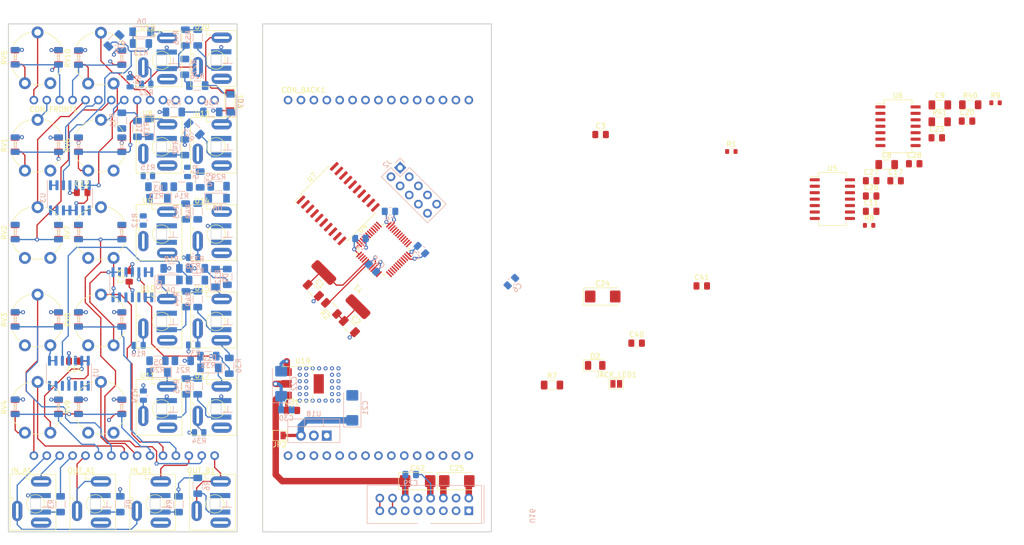
<source format=kicad_pcb>
(kicad_pcb (version 20211014) (generator pcbnew)
  (layers (0 "F.Cu" signal) (1 "In1.Cu" power "GND") (2 "In2.Cu" power "PWR") (31 "B.Cu" signal) (34 "B.Paste" user) (35 "F.Paste" user) (36 "B.SilkS" user "B.Silkscreen") (37 "F.SilkS" user "F.Silkscreen") (38 "B.Mask" user) (39 "F.Mask" user) (44 "Edge.Cuts" user))
  (net 0 "")
  (net 1 "Net-(C1-Pad1)")
  (net 2 "GND")
  (net 3 "Net-(C2-Pad1)")
  (net 4 "RST")
  (net 5 "+3V3")
  (net 6 "Net-(C8-Pad1)")
  (net 7 "Net-(C17-Pad1)")
  (net 8 "Net-(C23-Pad1)")
  (net 9 "Net-(C9-Pad2)")
  (net 10 "+5V")
  (net 11 "Net-(C17-Pad2)")
  (net 12 "-12V")
  (net 13 "Net-(C23-Pad2)")
  (net 14 "+12V")
  (net 15 "Net-(D1-Pad1)")
  (net 16 "Net-(D1-Pad2)")
  (net 17 "Net-(D2-Pad2)")
  (net 18 "Net-(D3-Pad1)")
  (net 19 "Net-(D3-Pad2)")
  (net 20 "Net-(D4-Pad1)")
  (net 21 "Net-(D4-Pad2)")
  (net 22 "Net-(D5-Pad1)")
  (net 23 "Net-(D5-Pad2)")
  (net 24 "Net-(D6-Pad1)")
  (net 25 "Net-(D6-Pad2)")
  (net 26 "Net-(D7-Pad1)")
  (net 27 "Net-(D7-Pad2)")
  (net 28 "Net-(D8-Pad1)")
  (net 29 "Net-(D8-Pad2)")
  (net 30 "Net-(D9-Pad1)")
  (net 31 "Net-(D9-Pad2)")
  (net 32 "Net-(D10-Pad1)")
  (net 33 "Net-(D10-Pad2)")
  (net 34 "Net-(D11-Pad1)")
  (net 35 "Net-(D11-Pad2)")
  (net 36 "D1")
  (net 38 "+12VA")
  (net 39 "Net-(C21-Pad1)")
  (net 40 "Net-(R2-Pad2)")
  (net 41 "Net-(R12-Pad2)")
  (net 42 "Net-(R15-Pad2)")
  (net 43 "Net-(R16-Pad2)")
  (net 44 "Net-(R19-Pad2)")
  (net 45 "Net-(R22-Pad2)")
  (net 46 "Net-(R25-Pad2)")
  (net 47 "Net-(R28-Pad2)")
  (net 48 "Net-(R31-Pad2)")
  (net 49 "Net-(R34-Pad2)")
  (net 50 "Net-(R37-Pad2)")
  (net 51 "Net-(RV1-Pad1)")
  (net 52 "Net-(RV1-Pad5)")
  (net 53 "Net-(RV1-Pad10)")
  (net 54 "Net-(RV2-Pad5)")
  (net 55 "Net-(RV2-Pad10)")
  (net 56 "Net-(RV3-Pad5)")
  (net 57 "Net-(RV3-Pad10)")
  (net 58 "Net-(RV4-Pad5)")
  (net 59 "Net-(RV4-Pad10)")
  (net 60 "Net-(RV5-Pad5)")
  (net 61 "Net-(RV5-Pad10)")
  (net 62 "Net-(RV6-Pad5)")
  (net 63 "Net-(RV6-Pad10)")
  (net 64 "Net-(RV7-Pad5)")
  (net 65 "Net-(RV7-Pad10)")
  (net 66 "Net-(RV8-Pad5)")
  (net 67 "Net-(RV8-Pad10)")
  (net 68 "Net-(RV9-Pad5)")
  (net 69 "Net-(RV9-Pad10)")
  (net 70 "Net-(RV10-Pad5)")
  (net 71 "Net-(RV10-Pad10)")
  (net 72 "Net-(U3-Pad8)")
  (net 73 "Net-(U3-Pad13)")
  (net 77 "D0")
  (net 78 "CS")
  (net 79 "DACA{slash}B")
  (net 82 "D2")
  (net 83 "D3")
  (net 84 "D4")
  (net 85 "D5")
  (net 87 "D6")
  (net 88 "D7")
  (net 89 "Net-(U5-Pad6)")
  (net 90 "Net-(U5-Pad8)")
  (net 91 "Net-(U6-Pad8)")
  (net 92 "unconnected-(U16-Pad13)")
  (net 93 "unconnected-(U16-Pad15)")
  (net 94 "Net-(IN_A1-PadLA)")
  (net 95 "Net-(IN_B1-PadLA)")
  (net 96 "Net-(R10-Pad2)")
  (net 97 "Net-(R13-Pad2)")
  (net 98 "Net-(R17-Pad2)")
  (net 99 "Net-(R20-Pad2)")
  (net 100 "Net-(R23-Pad2)")
  (net 101 "Net-(R26-Pad2)")
  (net 102 "Net-(R29-Pad2)")
  (net 103 "Net-(R32-Pad2)")
  (net 104 "Net-(R35-Pad2)")
  (net 105 "Net-(R38-Pad2)")
  (net 106 "Net-(RV2-Pad1)")
  (net 107 "Net-(RV3-Pad1)")
  (net 108 "Net-(RV4-Pad1)")
  (net 109 "Net-(RV5-Pad1)")
  (net 110 "Net-(RV6-Pad1)")
  (net 111 "Net-(RV7-Pad1)")
  (net 112 "Net-(RV8-Pad1)")
  (net 113 "Net-(RV9-Pad1)")
  (net 114 "Net-(RV10-Pad1)")
  (net 115 "+10V")
  (net 116 "Net-(R40-Pad2)")
  (net 117 "Net-(R42-Pad2)")
  (net 118 "Net-(R43-Pad2)")
  (net 119 "Net-(R44-Pad2)")
  (net 120 "Net-(R45-Pad2)")
  (net 121 "Net-(R46-Pad2)")
  (net 122 "Net-(R47-Pad2)")
  (net 123 "Net-(R48-Pad2)")
  (net 124 "Net-(R49-Pad2)")
  (net 125 "Net-(R50-Pad2)")
  (net 126 "Net-(R51-Pad2)")
  (net 127 "+5C")
  (net 128 "GND2")
  (net 134 "B_+10V")
  (net 135 "Net-(OUT_A1-PadLA)")
  (net 136 "Net-(OUT_B1-PadLA)")
  (net 137 "F_INA")
  (net 138 "F_INB")
  (net 139 "B_AIN_A1_LED")
  (net 140 "B_AIN_D1_LED")
  (net 141 "B_AIN_S1_LED")
  (net 142 "F_OUTA")
  (net 143 "F_OUTB")
  (net 144 "+12C")
  (net 145 "+12L")
  (net 146 "F_AIN_A0")
  (net 147 "F_AIN_A0_LED")
  (net 148 "F_AIN_D0")
  (net 149 "F_AIN_D0_LED")
  (net 150 "F_AIN_S0")
  (net 151 "F_AIN_S0_LED")
  (net 152 "F_AIN_R0_LED")
  (net 153 "F_AIN_R0")
  (net 154 "F_AIN_T0")
  (net 155 "F_AIN_T0_LED")
  (net 156 "F_AIN_A1")
  (net 157 "F_AIN_A1_LED")
  (net 158 "F_AIN_D1")
  (net 159 "F_AIN_D1_LED")
  (net 160 "F_AIN_S1")
  (net 161 "F_AIN_S1_LED")
  (net 162 "F_AIN_R1_LED")
  (net 163 "F_AIN_R1")
  (net 164 "F_AIN_T1")
  (net 165 "F_AIN_T1_LED")
  (net 166 "B_AIN_A0")
  (net 167 "B_AIN_D0")
  (net 168 "B_AIN_S0")
  (net 169 "B_AIN_R0")
  (net 170 "B_AIN_A1")
  (net 171 "B_AIN_D1")
  (net 172 "B_AIN_S1")
  (net 173 "B_AIN_R1")
  (net 174 "B_AIN_T0")
  (net 175 "B_AIN_T1")
  (net 176 "B_AIN_T1_LED")
  (net 177 "B_AIN_R1_LED")
  (net 178 "B_AIN_A0_LED")
  (net 179 "B_AIN_D0_LED")
  (net 180 "B_AIN_S0_LED")
  (net 181 "B_AIN_R0_LED")
  (net 182 "B_AIN_T0_LED")
  (net 183 "B_OUTA")
  (net 184 "B_INA")
  (net 185 "B_OUTB")
  (net 186 "B_INB")
  (footprint "Capacitor_SMD:C_0805_2012Metric_Pad1.18x1.45mm_HandSolder" (layer "F.Cu") (at 136.3758 51.59)
    (fp_text reference "C41")
    (fp_text value "C-100nF-0805")
  )
  (footprint "Capacitor_SMD:C_1206_3216Metric_Pad1.33x1.80mm_HandSolder" (layer "F.Cu") (at 67.056 59.5884 -45)
    (fp_text reference "C2")
    (fp_text value "C-15pF-1206")
  )
  (footprint "Resistor_SMD:R_0603_1608Metric" (layer "F.Cu") (at 194.1658 15.53)
    (fp_text reference "R9")
    (fp_text value "R-100k-0603")
  )
  (footprint "Capacitor_Tantalum_SMD:CP_EIA-6032-28_Kemet-C" (layer "F.Cu") (at 88.1888 90.0176)
    (fp_text reference "C25")
    (fp_text value "C-Pol-10uF-TAN")
  )
  (footprint "Package_SO:SO-14_5.3x10.2mm_P1.27mm" (layer "F.Cu") (at 162.0658 34.5)
    (fp_text reference "U5")
    (fp_text value "TL074")
  )
  (footprint "eurorack:LUM 1502-03 LED" (layer "F.Cu") (at 40.8432 41.380266)
    (fp_text reference "U14")
    (fp_text value "LUM-1502-03_3.5mm_mono_vertical_jack" hide)
    (fp_rect (start -1 -1) (end 1 1) (layer "Edge.Cuts") (width 0.12) (fill none))
  )
  (footprint "eurorack:LUM 1502-03 LED" (layer "F.Cu") (at 17.094666 94.4832)
    (fp_text reference "OUT_A1")
    (fp_text value "LUM-1502-03_3.5mm_mono_vertical_jack" hide)
    (fp_rect (start -1 -1) (end 1 1) (layer "Edge.Cuts") (width 0.12) (fill none))
  )
  (footprint "eurorack:Potentiometer_Piher_PT-10-V10_Vertical_2" (layer "F.Cu") (at 8.238 46.080266 90)
    (fp_text reference "RV2")
    (fp_text value "Pot_500")
  )
  (footprint "eurorack:LUM 1502-03 LED" (layer "F.Cu") (at 30.123132 7.174933)
    (fp_text reference "U12")
    (fp_text value "LUM-1502-03_3.5mm_mono_vertical_jack" hide)
    (fp_rect (start -1 -1) (end 1 1) (layer "Edge.Cuts") (width 0.12) (fill none))
  )
  (footprint "Diode_SMD:D_MiniMELF" (layer "F.Cu") (at 43.5356 15.3162 -90)
    (fp_text reference "D11")
    (fp_text value "BAS 85 VIS")
  )
  (footprint "Capacitor_SMD:C_0805_2012Metric_Pad1.18x1.45mm_HandSolder" (layer "F.Cu") (at 169.6958 30.88)
    (fp_text reference "C27")
    (fp_text value "C-100nF-0805")
  )
  (footprint "eurorack:LUM 1502-03 LED" (layer "F.Cu") (at 30.123132 41.380266)
    (fp_text reference "U9")
    (fp_text value "LUM-1502-03_3.5mm_mono_vertical_jack" hide)
    (fp_rect (start -1 -1) (end 1 1) (layer "Edge.Cuts") (width 0.12) (fill none))
  )
  (footprint "Capacitor_SMD:C_0805_2012Metric_Pad1.18x1.45mm_HandSolder" (layer "F.Cu") (at 174.5058 30.88)
    (fp_text reference "C17")
    (fp_text value "C-100nF-0805")
  )
  (footprint "Package_SO:SOIC-20W_7.5x12.8mm_P1.27mm" (layer "F.Cu") (at 64.8462 35.3822 45)
    (fp_text reference "U7")
    (fp_text value "TLC7528")
  )
  (footprint "eurorack:LUM 1502-03 LED" (layer "F.Cu") (at 5.326 94.4832)
    (fp_text reference "IN_A1")
    (fp_text value "LUM-1502-03_3.5mm_mono_vertical_jack" hide)
    (fp_rect (start -1 -1) (end 1 1) (layer "Edge.Cuts") (width 0.12) (fill none))
  )
  (footprint "Jumper:SolderJumper-2_P1.3mm_Open_Pad1.0x1.5mm" (layer "F.Cu") (at 119.5558 70.87)
    (fp_text reference "JACK_LED1")
    (fp_text value "SolderJumper_2_Open")
  )
  (footprint "LED_SMD:LED_1206_3216Metric" (layer "F.Cu") (at 115.4158 67.24)
    (fp_text reference "D2")
    (fp_text value "LED")
  )
  (footprint "Capacitor_SMD:C_0805_2012Metric_Pad1.18x1.45mm_HandSolder" (layer "F.Cu") (at 23.749 49.7078 90)
    (fp_text reference "C13")
    (fp_text value "C-100nF-0805")
  )
  (footprint "Resistor_SMD:R_1206_3216Metric_Pad1.30x1.75mm_HandSolder" (layer "F.Cu") (at 63.5254 56.007 135)
    (fp_text reference "R2")
    (fp_text value "R-220-1206")
  )
  (footprint "eurorack:LUM 1502-03 LED" (layer "F.Cu") (at 40.8432 75.7888)
    (fp_text reference "U17")
    (fp_text value "LUM-1502-03_3.5mm_mono_vertical_jack" hide)
    (fp_rect (start -1 -1) (end 1 1) (layer "Edge.Cuts") (width 0.12) (fill none))
  )
  (footprint "Capacitor_SMD:C_0805_2012Metric_Pad1.18x1.45mm_HandSolder" (layer "F.Cu") (at 169.6958 33.89)
    (fp_text reference "C26")
    (fp_text value "C-100nF-0805")
  )
  (footprint "Package_TO_SOT_SMD:SOT-223" (layer "F.Cu") (at 57.8866 70.866)
    (fp_text reference "U19")
    (fp_text value "ZLDO1117G33TA")
  )
  (footprint "eurorack:LUM 1502-03 LED" (layer "F.Cu") (at 40.8432 7.1072)
    (fp_text reference "U20")
    (fp_text value "LUM-1502-03_3.5mm_mono_vertical_jack" hide)
    (fp_rect (start -1 -1) (end 1 1) (layer "Edge.Cuts") (width 0.12) (fill none))
  )
  (footprint "eurorack:2_15_back_front_conn_70" (layer "F.Cu") (at 55 15)
    (fp_text reference "CON_BACK1")
    (fp_text value "2_15_Back_Front_Conn_70" hide)
  )
  (footprint "Capacitor_SMD:C_0805_2012Metric_Pad1.18x1.45mm_HandSolder" (layer "F.Cu") (at 188.5558 19.13)
    (fp_text reference "C20")
    (fp_text value "C-100nF-0805")
  )
  (footprint "eurorack:Potentiometer_Piher_PT-10-V10_Vertical_2" (layer "F.Cu") (at 8.238 11.671734 90)
    (fp_text reference "RV5")
    (fp_text value "Pot_500")
  )
  (footprint "eurorack:LUM 1502-03 LED" (layer "F.Cu") (at 28.863332 94.4832)
    (fp_text reference "IN_B1")
    (fp_text value "LUM-1502-03_3.5mm_mono_vertical_jack" hide)
    (fp_rect (start -1 -1) (end 1 1) (layer "Edge.Cuts") (width 0.12) (fill none))
  )
  (footprint "Resistor_SMD:R_1206_3216Metric_Pad1.30x1.75mm_HandSolder" (layer "F.Cu") (at 183.1758 19.27)
    (fp_text reference "R41")
    (fp_text value "R-10k-1206")
  )
  (footprint "eurorack:2_15_back_front_conn_70" (layer "F.Cu") (at 5 15)
    (fp_text reference "CON_FRONT1")
    (fp_text value "2_15_Back_Front_Conn_70" hide)
  )
  (footprint "Capacitor_SMD:C_0805_2012Metric_Pad1.18x1.45mm_HandSolder" (layer "F.Cu") (at 178.1658 27.53)
    (fp_text reference "C28")
    (fp_text value "C-100nF-0805")
  )
  (footprint "eurorack:LUM 1502-03 LED" (layer "F.Cu") (at 30.123132 75.7888)
    (fp_text reference "U11")
    (fp_text value "LUM-1502-03_3.5mm_mono_vertical_jack" hide)
    (fp_rect (start -1 -1) (end 1 1) (layer "Edge.Cuts") (width 0.12) (fill none))
  )
  (footprint "Capacitor_SMD:C_0805_2012Metric_Pad1.18x1.45mm_HandSolder" (layer "F.Cu") (at 182.6058 22.42)
    (fp_text reference "C23")
    (fp_text value "C-100nF-0805")
  )
  (footprint "Capacitor_SMD:C_0805_2012Metric_Pad1.18x1.45mm_HandSolder" (layer "F.Cu") (at 55.753 76.0984)
    (fp_text reference "C31")
    (fp_text value "C-100nF-0805")
  )
  (footprint "eurorack:Potentiometer_Piher_PT-10-V10_Vertical_2" (layer "F.Cu") (at 8.238 28.876 90)
    (fp_text reference "RV1")
    (fp_text value "Pot_500")
  )
  (footprint "eurorack:HC49-4HSMX" (layer "F.Cu") (at 68.753802 55.667313 135)
    (fp_text reference "Y1")
    (fp_text value "Crystal_8Mhz")
  )
  (footprint "eurorack:LUM 1502-03 LED" (layer "F.Cu") (at 40.8432 58.584532)
    (fp_text reference "U15")
    (fp_text value "LUM-1502-03_3.5mm_mono_vertical_jack" hide)
    (fp_rect (start -1 -1) (end 1 1) (layer "Edge.Cuts") (width 0.12) (fill none))
  )
  (footprint "Capacitor_SMD:C_1206_3216Metric_Pad1.33x1.80mm_HandSolder" (layer "F.Cu") (at 183.2058 15.95)
    (fp_text reference "C9")
    (fp_text value "15pF")
  )
  (footprint "eurorack:Potentiometer_Piher_PT-10-V10_Vertical_2" (layer "F.Cu") (at 20.688066 80.4888 90)
    (fp_text reference "RV9")
    (fp_text value "Pot_500")
  )
  (footprint "Capacitor_SMD:C_0805_2012Metric_Pad1.18x1.45mm_HandSolder" (layer "F.Cu") (at 116.4758 21.78)
    (fp_text reference "C3")
    (fp_text value "C-100nF-0805")
  )
  (footprint "Package_SO:SO-14_5.3x10.2mm_P1.27mm" (layer "F.Cu") (at 174.9758 20.15)
    (fp_text reference "U6")
    (fp_text value "TL074")
  )
  (footprint "Jumper:SolderJumper-2_P1.3mm_Open_Pad1.0x1.5mm" (layer "F.Cu") (at 53.3654 81.026 180)
    (fp_text reference "JP2")
    (fp_text value "Jumper_2_Open")
  )
  (footprint "Resistor_SMD:R_1206_3216Metric_Pad1.30x1.75mm_HandSolder" (layer "F.Cu") (at 189.1858 15.92)
    (fp_text reference "R40")
    (fp_text value "R-2k-1206")
  )
  (footprint "Capacitor_Tantalum_SMD:CP_EIA-6032-28_Kemet-C" (layer "F.Cu") (at 116.8908 53.67)
    (fp_text reference "C24")
    (fp_text value "C-Pol-10uF-TAN")
  )
  (footprint "Capacitor_SMD:C_0805_2012Metric_Pad1.18x1.45mm_HandSolder" (layer "F.Cu") (at 123.5658 62.85)
    (fp_text reference "C40")
    (fp_text value "C-100nF-0805")
  )
  (footprint "Capacitor_SMD:C_0805_2012Metric_Pad1.18x1.45mm_HandSolder" (layer "F.Cu") (at 169.6958 36.9)
    (fp_text reference "C11")
    (fp_text value "C-100nF-0805")
  )
  (footprint "eurorack:Potentiometer_Piher_PT-10-V10_Vertical_2" (layer "F.Cu") (at 20.688066 11.739467 90)
    (fp_text reference "RV10")
    (fp_text value "Pot_500")
  )
  (footprint "eurorack:Potentiometer_Piher_PT-10-V10_Vertical_2" (layer "F.Cu") (at 8.238 80.4888 90)
    (fp_text reference "RV4")
    (fp_text value "Pot_500")
  )
  (footprint "eurorack:Potentiometer_Piher_PT-10-V10_Vertical_2" (layer "F.Cu") (at 20.688066 28.876 90)
    (fp_text reference "RV6")
    (fp_text value "Pot_500")
  )
  (footprint "eurorack:LUM 1502-03 LED" (layer "F.Cu") (at 30.123132 24.176)
    (fp_text reference "U8")
    (fp_text value "LUM-1502-03_3.5mm_mono_vertical_jack" hide)
    (fp_rect (start -1 -1) (end 1 1) (layer "Edge.Cuts") (width 0.12) (fill none))
  )
  (footprint "Package_QFP:LQFP-48_7x7mm_P0.5mm" (layer "F.Cu") (at 73.8632 44.3992 45)
    (fp_text reference "U4")
    (fp_text value "STM32F103C6Tx")
  )
  (footprint "eurorack:LUM 1502-03 LED" (layer "F.Cu") (at 40.632 94.4832)
    (fp_text reference "OUT_B1")
    (fp_text value "LUM-1502-03_3.5mm_mono_vertical_jack" hide)
    (fp_rect (start -1 -1) (end 1 1) (layer "Edge.Cuts") (width 0.12) (fill none))
  )
  (footprint "Resistor_SMD:R_0603_1608Metric" (layer "F.Cu") (at 169.2958 39.66)
    (fp_text reference "R8")
    (fp_text value "R-100k-0603")
  )
  (footprint "Resistor_SMD:R_0603_1608Metric" (layer "F.Cu") (at 142.1958 25.12)
    (fp_text reference "R1")
    (fp_text value "R-100k-0603")
  )
  (footprint "eurorack:LUM 1502-03 LED" (layer "F.Cu") (at 30.123132 58.584532)
    (fp_text reference "U10")
    (fp_text value "LUM-1502-03_3.5mm_mono_vertical_jack" hide)
    (fp_rect (start -1 -1) (end 1 1) (layer "Edge.Cuts") (width 0.12) (fill none))
  )
  (footprint "eurorack:Potentiometer_Piher_PT-10-V10_Vertical_2" (layer "F.Cu") (at 20.688066 46.080266 90)
    (fp_text reference "RV7")
    (fp_text value "Pot_500")
  )
  (footprint "Resistor_SMD:R_1206_3216Metric_Pad1.30x1.75mm_HandSolder" (layer "F.Cu") (at 106.9258 71.1)
    (fp_text reference "R7")
    (fp_text value "R-470-1206")
  )
  (footprint "Capacitor_SMD:C_0805_2012Metric_Pad1.18x1.45mm_HandSolder" (layer "F.Cu") (at 12.954 66.3956 180)
    (fp_text reference "C14")
    (fp_text value "C-100nF-0805")
  )
  (footprint "eurorack:LUM 1502-03 LED" (layer "F.Cu") (at 40.8432 24.176)
    (fp_text reference "U13")
    (fp_text value "LUM-1502-03_3.5mm_mono_vertical_jack" hide)
    (fp_rect (start -1 -1) (end 1 1) (layer "Edge.Cuts") (width 0.12) (fill none))
  )
  (footprint "Capacitor_SMD:C_1206_3216Metric_Pad1.33x1.80mm_HandSolder" (layer "F.Cu") (at 59.9694 52.451 -45)
    (fp_text reference "C1")
    (fp_text value "C-15pF-1206")
  )
  (footprint "Capacitor_SMD:C_1206_3216Metric_Pad1.33x1.80mm_HandSolder" (layer "F.Cu") (at 172.7558 27.7)
    (fp_text reference "C8")
    (fp_text value "15pF")
  )
  (footprint "Capacitor_Tantalum_SMD:CP_EIA-6032-28_Kemet-C" (layer "F.Cu") (at 80.4926 90.0176)
    (fp_text reference "C42")
    (fp_text value "C-Pol-10uF-TAN")
  )
  (footprint "eurorack:Potentiometer_Piher_PT-10-V10_Vertical_2" (layer "F.Cu") (at 20.688066 63.284532 90)
    (fp_text reference "RV8")
    (fp_text value "Pot_500")
  )
  (footprint "Capacitor_SMD:C_0805_2012Metric_Pad1.18x1.45mm_HandSolder" (layer "F.Cu") (at 14.5034 33.1724)
    (fp_text reference "C12")
    (fp_text value "C-100nF-0805")
  )
  (footprint "eurorack:Potentiometer_Piher_PT-10-V10_Vertical_2" (layer "F.Cu") (at 8.238 63.284532 90)
    (fp_text reference "RV3")
    (fp_text value "Pot_500")
  )
  (footprint "Resistor_SMD:R_0805_2012Metric" (layer "B.Cu") (at 26.5176 38.7096 -90)
    (fp_text reference "R12")
    (fp_text value "R-2k-0805")
  )
  (footprint "Resistor_SMD:R_0805_2012Metric" (layer "B.Cu") (at 26.543 73.1774 -90)
    (fp_text reference "R19")
    (fp_text value "R-2k-0805")
  )
  (footprint "Resistor_SMD:R_0805_2012Metric" (layer "B.Cu") (at 25.6032 63.2968)
    (fp_text reference "R16")
    (fp_text value "R-2k-0805")
  )
  (footprint "Resistor_SMD:R_1206_3216Metric_Pad1.30x1.75mm_HandSolder" (layer "B.Cu") (at 26.0604 3.8608)
    (fp_text reference "R23")
    (fp_text value "R-6k8-1206")
  )
  (footprint "Resistor_SMD:R_1206_3216Metric_Pad1.30x1.75mm_HandSolder" (layer "B.Cu") (at 20.7518 3.2766 45)
    (fp_text reference "R24")
    (fp_text value "R-3k3-1206")
  )
  (footprint "Resistor_SMD:R_0805_2012Metric" (layer "B.Cu") (at 35.2298 29.1338 90)
    (fp_text reference "R25")
    (fp_text value "R-2k-0805")
  )
  (footprint "Connector_PinHeader_2.54mm:PinHeader_2x05_P2.54mm_Vertical" (layer "B.Cu") (at 77.043594 28.301272 -135)
    (fp_text reference "J2")
    (fp_text value "Conn_ARM_JTAG_SWD_10")
  )
  (footprint "Capacitor_SMD:C_0805_2012Metric_Pad1.18x1.45mm_HandSolder" (layer "B.Cu") (at 54.6608 75.946)
    (fp_text reference "C30")
    (fp_text value "C-100nF-0805")
  )
  (footprint "Resistor_SMD:R_1206_3216Metric_Pad1.30x1.75mm_HandSolder" (layer "B.Cu") (at 21.971 94.5642 90)
    (fp_text reference "R5")
    (fp_text value "R-1k-1206")
  )
  (footprint "Resistor_SMD:R_0805_2012Metric" (layer "B.Cu") (at 27.1018 11.8618)
    (fp_text reference "R22")
    (fp_text value "R-2k-0805")
  )
  (footprint "Resistor_SMD:R_1206_3216Metric_Pad1.30x1.75mm_HandSolder" (layer "B.Cu") (at 29.3116 66.3194)
    (fp_text reference "R20")
    (fp_text value "R-6k8-1206")
  )
  (footprint "Package_SO:SO-14_3.9x8.65mm_P1.27mm" (layer "B.Cu") (at 11.8872 68.7832 90)
    (fp_text reference "U1")
    (fp_text value "LM324")
  )
  (footprint "eurorack:power_16" (layer "B.Cu") (at 90.551 95.8596 90)
    (fp_text reference "U16")
    (fp_text value "power_conn_16")
  )
  (footprint "Resistor_SMD:R_1206_3216Metric_Pad1.30x1.75mm_HandSolder" (layer "B.Cu") (at 37.2364 54.2036 -90)
    (fp_text reference "R49")
    (fp_text value "R-1k-1206")
  )
  (footprint "Resistor_SMD:R_1206_3216Metric_Pad1.30x1.75mm_HandSolder" (layer "B.Cu") (at 34.8488 36.9316 -90)
    (fp_text reference "R43")
    (fp_text value "R-1k-1206")
  )
  (footprint "Resistor_SMD:R_1206_3216Metric_Pad1.30x1.75mm_HandSolder" (layer "B.Cu") (at 10.2362 94.5642 -90)
    (fp_text reference "R3")
    (fp_text value "R-1k-1206")
  )
  (footprint "Resistor_SMD:R_1206_3216Metric_Pad1.30x1.75mm_HandSolder" (layer "B.Cu") (at 37.084 50.4444 180)
    (fp_text reference "R17")
    (fp_text value "R-6k8-1206")
  )
  (footprint "Resistor_SMD:R_0805_2012Metric" (layer "B.Cu") (at 27.432 29.8958 180)
    (fp_text reference "R15")
    (fp_text value "R-2k-0805")
  )
  (footprint "Resistor_SMD:R_1206_3216Metric_Pad1.30x1.75mm_HandSolder" (layer "B.Cu") (at 37.2364 90.932 90)
    (fp_text reference "R6")
    (fp_text value "R-1k-1206")
  )
  (footprint "Resistor_SMD:R_1206_3216Metric_Pad1.30x1.75mm_HandSolder" (layer "B.Cu") (at 34.6964 24.2824 -90)
    (fp_text reference "R42")
    (fp_text value "R-1k-1206")
  )
  (footprint "Resistor_SMD:R_1206_3216Metric_Pad1.30x1.75mm_HandSolder" (layer "B.Cu") (at 39.3192 65.405)
    (fp_text reference "R35")
    (fp_text value "R-6k8-1206")
  )
  (footprint "Resistor_SMD:R_1206_3216Metric_Pad1.30x1.75mm_HandSolder" (layer "B.Cu") (at 34.8996 54.2036 -90)
    (fp_text reference "R44")
    (fp_text value "R-1k-1206")
  )
  (footprint "Resistor_SMD:R_0805_2012Metric" (layer "B.Cu") (at 36.3474 63.2206)
    (fp_text reference "R31")
    (fp_text value "R-2k-0805")
  )
  (footprint "Resistor_SMD:R_1206_3216Metric_Pad1.30x1.75mm_HandSolder" (layer "B.Cu") (at 34.798 2.6924 -90)
    (fp_text reference "R46")
    (fp_text value "R-1k-1206")
  )
  (footprint "Diode_SMD:D_MiniMELF" (layer "B.Cu") (at 31.877 50.419)
    (fp_text reference "D4")
    (fp_text value "BAS 85 VIS")
  )
  (footprint "Resistor_SMD:R_1206_3216Metric_Pad1.30x1.75mm_HandSolder" (layer "B.Cu") (at 34.8996 71.374 -90)
    (fp_text reference "R45")
    (fp_text value "R-1k-1206")
  )
  (footprint "Package_SO:SO-14_3.9x8.65mm_P1.27mm" (layer "B.Cu") (at 24.384 51.3588 90)
    (fp_text reference "U2")
    (fp_text value "LM324")
  )
  (footprint "Resistor_SMD:R_1206_3216Metric_Pad1.30x1.75mm_HandSolder" (layer "B.Cu") (at 37.2364 71.374 -90)
    (fp_text reference "R50")
    (fp_text value "R-1k-1206")
  )
  (footprint "Diode_SMD:D_MiniMELF" (layer "B.Cu") (at 41.148 34.3154)
    (fp_text reference "D8")
    (fp_text value "BAS 85 VIS")
  )
  (footprint "Capacitor_SMD:C_0805_2012Metric_Pad1.18x1.45mm_HandSolder" (layer "B.Cu") (at 79.121 88.7222)
    (fp_text reference "C29")
    (fp_text value "C-100nF-0805")
  )
  (footprint "Resistor_SMD:R_1206_3216Metric_Pad1.30x1.75mm_HandSolder" (layer "B.Cu") (at 25.3746 20.6756 90)
    (fp_text reference "R10")
    (fp_text value "R-6k8-1206")
  )
  (footprint "Diode_SMD:D_MiniMELF" (layer "B.Cu") (at 29.5148 68.6054 180)
    (fp_text reference "D5")
    (fp_text value "BAS 85 VIS")
  )
  (footprint "Resistor_SMD:R_1206_3216Metric_Pad1.30x1.75mm_HandSolder" (layer "B.Cu") (at 37.2364 36.9316 -90)
    (fp_text reference "R48")
    (fp_text value "R-1k-1206")
  )
  (footprint "Resistor_SMD:R_1206_3216Metric_Pad1.30x1.75mm_HandSolder" (layer "B.Cu") (at 37.2364 2.6924 -90)
    (fp_text reference "R51")
    (fp_text value "R-1k-1206")
  )
  (footprint "Capacitor_SMD:C_0805_2012Metric_Pad1.18x1.45mm_HandSolder" (layer "B.Cu") (at 69.2404 42.2402)
    (fp_text reference "C4")
    (fp_text value "C-100nF-0805")
  )
  (footprint "Resistor_SMD:R_0805_2012Metric" (layer "B.Cu") (at 36.322 45.9994)
    (fp_text reference "R28")
    (fp_text value "R-2k-0805")
  )
  (footprint "Diode_SMD:D_MiniMELF" (layer "B.Cu") (at 29.4894 34.3408 180)
    (fp_text reference "D3")
    (fp_text value "BAS 85 VIS")
  )
  (footprint "Resistor_SMD:R_1206_3216Metric_Pad1.30x1.75mm_HandSolder" (layer "B.Cu") (at 37.1348 12.1412 180)
    (fp_text reference "R26")
    (fp_text value "R-6k8-1206")
  )
  (footprint "Capacitor_SMD:C_0805_2012Metric_Pad1.18x1.45mm_HandSolder" (layer "B.Cu") (at 71.5772 48.0822 135)
    (fp_text reference "C10")
    (fp_text value "C-100nF-0805")
  )
  (footprint "Diode_SMD:D_MiniMELF" (layer "B.Cu") (at 27.686 20.4724 -90)
    (fp_text reference "D1")
    (fp_text value "BAS 85 VIS")
  )
  (footprint "Capacitor_Tantalum_SMD:CP_EIA-6032-28_Kemet-C" (layer "B.Cu") (at 67.6402 75.5904 90)
    (fp_text reference "C21")
    (fp_text value "C-Pol-10uF-TAN")
  )
  (footprint "Resistor_SMD:R_1206_3216Metric_Pad1.30x1.75mm_HandSolder" (layer "B.Cu") (at 22.3012 19.05 -90)
    (fp_text reference "R11")
    (fp_text value "R-3k3-1206")
  )
  (footprint "Diode_SMD:D_MiniMELF" (layer "B.Cu") (at 43.7642 15.621 90)
    (fp_text reference "D7")
    (fp_text value "BAS 85 VIS")
  )
  (footprint "Capacitor_Tantalum_SMD:CP_EIA-6032-28_Kemet-C" (layer "B.Cu") (at 53.6448 70.8406 90)
    (fp_text reference "C22")
    (fp_text value "C-Pol-10uF-TAN")
  )
  (footprint "Diode_SMD:D_MiniMELF" (layer "B.Cu") (at 40.7416 50.0126 90)
    (fp_text reference "D9")
    (fp_text value "BAS 85 VIS")
  )
  (footprint "Resistor_SMD:R_1206_3216Metric_Pad1.30x1.75mm_HandSolder" (layer "B.Cu") (at 34.29 66.3194)
    (fp_text reference "R21")
    (fp_text value "R-3k3-1206")
  )
  (footprint "Resistor_SMD:R_1206_3216Metric_Pad1.30x1.75mm_HandSolder" (layer "B.Cu") (at 36.5506 20.6756 -45)
    (fp_text reference "R47")
    (fp_text value "R-1k-1206")
  )
  (footprint "Resistor_SMD:R_1206_3216Metric_Pad1.30x1.75mm_HandSolder" (layer "B.Cu") (at 32.0802 48.133 180)
    (fp_text reference "R18")
    (fp_text value "R-3k3-1206")
  )
  (footprint "Resistor_SMD:R_1206_3216Metric_Pad1.30x1.75mm_HandSolder" (layer "B.Cu") (at 41.3512 31.9532 180)
    (fp_text reference "R29")
    (fp_text value "R-6k8-1206")
  )
  (footprint "Resistor_SMD:R_1206_3216Metric_Pad1.30x1.75mm_HandSolder" (layer "B.Cu") (at 43.053 49.8094 -90)
    (fp_text reference "R32")
    (fp_text value "R-6k8-1206")
  )
  (footprint "Resistor_SMD:R_1206_3216Metric_Pad1.30x1.75mm_HandSolder" (layer "B.Cu") (at 37.719 30.6324 90)
    (fp_text reference "R30")
    (fp_text value "R-3k3-1206")
  )
  (footprint "Resistor_SMD:R_1206_3216Metric_Pad1.30x1.75mm_HandSolder" (layer "B.Cu") (at 33.4518 94.5642 -90)
    (fp_text reference "R4")
    (fp_text value "R-1k-1206")
  )
  (footprint "Package_TO_SOT_THT:TO-220-3_Vertical" (layer "B.Cu") (at 62.611 81.0566 180)
    (fp_text reference "U18")
    (fp_text value "LM7805_TO220")
  )
  (footprint "Capacitor_SMD:C_0805_2012Metric_Pad1.18x1.45mm_HandSolder" (layer "B.Cu") (at 81.2292 44.45 -45)
    (fp_text reference "C7")
    (fp_text value "C-100nF-0805")
  )
  (footprint "Resistor_SMD:R_1206_3216Metric_Pad1.30x1.75mm_HandSolder" (layer "B.Cu") (at 37.084 48.133 180)
    (fp_text reference "R33")
    (fp_text value "R-3k3-1206")
  )
  (footprint "Resistor_SMD:R_0805_2012Metric" (layer "B.Cu") (at 37.5158 80.4672)
    (fp_text reference "R34")
    (fp_text value "R-2k-0805")
  )
  (footprint "Capacitor_SMD:C_0805_2012Metric_Pad1.18x1.45mm_HandSolder" (layer "B.Cu") (at 75.057 36.9062)
    (fp_text reference "C5")
    (fp_text value "C-100nF-0805")
  )
  (footprint "Diode_SMD:D_MiniMELF" (layer "B.Cu") (at 39.5224 67.7164 180)
    (fp_text reference "D10")
    (fp_text value "BAS 85 VIS")
  )
  (footprint "Capacitor_SMD:C_0805_2012Metric_Pad1.18x1.45mm_HandSolder" (layer "B.Cu") (at 98.933 50.7492 45)
    (fp_text reference "C6")
    (fp_text value "C-100nF-0805")
  )
  (footprint "Resistor_SMD:R_1206_3216Metric_Pad1.30x1.75mm_HandSolder" (layer "B.Cu") (at 32.5374 17.3482 180)
    (fp_text reference "R39")
    (fp_text value "R-3k3-1206")
  )
  (footprint "Resistor_SMD:R_1206_3216Metric_Pad1.30x1.75mm_HandSolder" (layer "B.Cu") (at 34.0614 32.0548)
    (fp_text reference "R14")
    (fp_text value "R-3k3-1206")
  )
  (footprint "Resistor_SMD:R_1206_3216Metric_Pad1.30x1.75mm_HandSolder" (layer "B.Cu") (at 29.083 32.0548)
    (fp_text reference "R13")
    (fp_text value "R-6k8-1206")
  )
  (footprint "Package_SO:SO-14_3.9x8.65mm_P1.27mm" (layer "B.Cu") (at 12.0904 34.2392 -90)
    (fp_text reference "U3")
    (fp_text value "LM324")
  )
  (footprint "Diode_SMD:D_MiniMELF" (layer "B.Cu") (at 26.1874 1.5494 180)
    (fp_text reference "D6")
    (fp_text value "BAS 85 VIS")
  )
  (footprint "Resistor_SMD:R_1206_3216Metric_Pad1.30x1.75mm_HandSolder" (layer "B.Cu") (at 34.6964 8.4582 90)
    (fp_text reference "R27")
    (fp_text value "R-3k3-1206")
  )
  (footprint "Resistor_SMD:R_1206_3216Metric_Pad1.30x1.75mm_HandSolder" (layer "B.Cu") (at 43.434 67.31 90)
    (fp_text reference "R36")
    (fp_text value "R-3k3-1206")
  )
  (footprint "Resistor_SMD:R_1206_3216Metric_Pad1.30x1.75mm_HandSolder" (layer "B.Cu") (at 39.9034 17.3482 180)
    (fp_text reference "R38")
    (fp_text value "R-6k8-1206")
  )
  (footprint "Resistor_SMD:R_0805_2012Metric" (layer "B.Cu") (at 23.9268 11.4808 90)
    (fp_text reference "R37")
    (fp_text value "R-2k-0805")
  )
  (gr_rect locked (start 50 0) (end 95 100) (layer "Edge.Cuts") (width 0.2) (fill none))
  (gr_rect locked (start 0 0) (end 45 100) (layer "Edge.Cuts") (width 0.2) (fill none))
  (segment (start 62.036288 48.949799) (end 64.521489 51.435) (width 0.25) (layer "F.Cu") (net 1))
  (segment (start 58.889854 51.346146) (end 61.286201 48.949799) (width 0.25) (layer "F.Cu") (net 1))
  (segment (start 58.864546 51.346146) (end 58.889854 51.346146) (width 0.25) (layer "F.Cu") (net 1))
  (segment (start 64.521489 51.435) (end 65.76674 51.435) (width 0.25) (layer "F.Cu") (net 1))
  (segment (start 65.76674 51.435) (end 70.389538 46.812202) (width 0.25) (layer "F.Cu") (net 1))
  (segment (start 61.286201 48.949799) (end 62.036288 48.949799) (width 0.25) (layer "F.Cu") (net 1))
  (segment (start 79.791521 46.319479) (end 79.883 46.228) (width 0.25) (layer "F.Cu") (net 2))
  (segment (start 75.8444 39.23602) (end 75.8444 38.5318) (width 0.25) (layer "F.Cu") (net 2))
  (segment (start 78.397522 45.751542) (end 78.965459 46.319479) (width 0.25) (layer "F.Cu") (net 2))
  (segment (start 85.5472 90.1967) (end 85.5472 93.3558) (width 1.27) (layer "F.Cu") (net 2))
  (segment (start 85.5472 93.3558) (end 85.551 93.3596) (width 1.27) (layer "F.Cu") (net 2))
  (segment (start 82.9805 90.0176) (end 82.9805 93.2891) (width 1.27) (layer "F.Cu") (net 2))
  (segment (start 61.074254 53.555854) (end 61.074254 53.555946) (width 0.25) (layer "F.Cu") (net 2))
  (segment (start 69.328878 43.046858) (end 69.335858 43.046858) (width 0.25) (layer "F.Cu") (net 2))
  (segment (start 54.7366 66.4468) (end 54.737 66.4464) (width 1.27) (layer "F.Cu") (net 2))
  (segment (start 61.074254 53.555946) (end 60.0202 54.61) (width 0.25) (layer "F.Cu") (net 2))
  (segment (start 54.7366 68.566) (end 54.7366 66.4468) (width 1.27) (layer "F.Cu") (net 2))
  (segment (start 69.335858 43.046858) (end 70.3326 44.0436) (width 0.25) (layer "F.Cu") (net 2))
  (segment (start 72.1868 47.13626) (end 71.450198 47.872862) (width 0.25) (layer "F.Cu") (net 2))
  (segment (start 82.9805 93.2891) (end 83.051 93.3596) (width 1.27) (layer "F.Cu") (net 2))
  (segment (start 85.7263 90.0176) (end 85.5472 90.1967) (width 1.27) (layer "F.Cu") (net 2))
  (segment (start 78.965459 46.319479) (end 79.791521 46.319479) (width 0.25) (layer "F.Cu") (net 2))
  (segment (start 68.160854 60.693254) (end 68.160854 60.693346) (width 0.25) (layer "F.Cu") (net 2))
  (segment (start 68.160854 60.693346) (end 67.1322 61.722) (width 0.25) (layer "F.Cu") (net 2))
  (segment (start 72.1868 45.9994) (end 72.1868 47.13626) (width 0.25) (layer "F.Cu") (net 2))
  (segment (start 75.215542 39.864878) (end 75.8444 39.23602) (width 0.25) (layer "F.Cu") (net 2))
  (via (at 72.1868 45.9994) (size 0.8) (drill 0.4) (layers "F.Cu" "B.Cu") (net 2))
  (via (at 31.1404 4.6736) (size 0.8) (drill 0.4) (layers "F.Cu" "B.Cu") (net 2))
  (via (at 79.883 46.228) (size 0.8) (drill 0.4) (layers "F.Cu" "B.Cu") (net 2))
  (via (at 60.0202 54.61) (size 0.8) (drill 0.4) (layers "F.Cu" "B.Cu") (net 2))
  (via (at 3.8608 92.837) (size 0.8) (drill 0.4) (layers "F.Cu" "B.Cu") (net 2))
  (via (at 67.1322 61.722) (size 0.8) (drill 0.4) (layers "F.Cu" "B.Cu") (net 2))
  (via (at 41.8592 4.572) (size 0.8) (drill 0.4) (layers "F.Cu" "B.Cu") (net 2))
  (via (at 75.8444 38.5318) (size 0.8) (drill 0.4) (layers "F.Cu" "B.Cu") (net 2))
  (via (at 39.2176 39.7764) (size 0.8) (drill 0.4) (layers "F.Cu" "B.Cu") (net 2))
  (via (at 54.737 66.4464) (size 0.8) (drill 0.4) (layers "F.Cu" "B.Cu") (net 2))
  (via (at 41.8592 73.3552) (size 0.8) (drill 0.4) (layers "F.Cu" "B.Cu") (net 2))
  (via (at 31.1404 73.3552) (size 0.8) (drill 0.4) (layers "F.Cu" "B.Cu") (net 2))
  (via (at 70.3326 44.0436) (size 0.8) (drill 0.4) (layers "F.Cu" "B.Cu") (net 2))
  (segment (start 81.121646 46.0248) (end 81.962823 45.183623) (width 0.25) (layer "B.Cu") (net 2))
  (segment (start 79.883 46.228) (end 80.0862 46.0248) (width 0.25) (layer "B.Cu") (net 2))
  (segment (start 41.8592 39.754666) (end 39.239334 39.754666) (width 0.25) (layer "B.Cu") (net 2))
  (segment (start 53.6448 66.8782) (end 54.0766 66.4464) (width 0.635) (layer "B.Cu") (net 2))
  (segment (start 70.843577 47.342623) (end 72.1868 45.9994) (width 0.25) (layer "B.Cu") (net 2))
  (segment (start 70.3326 42.2949) (end 70.2779 42.2402) (width 0.25) (layer "B.Cu") (net 2))
  (segment (start 31.139132 74.1632) (end 31.139132 73.356468) (width 0.25) (layer "B.Cu") (net 2))
  (segment (start 41.8592 5.4816) (end 41.8592 4.572) (width 0.25) (layer "B.Cu") (net 2))
  (segment (start 3.8814 92.8576) (end 3.8608 92.837) (width 0.25) (layer "B.Cu") (net 2))
  (segment (start 83.051 90.4932) (end 83.051 93.3596) (width 0.25) (layer "B.Cu") (net 2))
  (segment (start 81.28 88.7222) (end 83.051 90.4932) (width 0.25) (layer "B.Cu") (net 2))
  (segment (start 75.8444 38.5318) (end 75.8444 37.1563) (width 0.25) (layer "B.Cu") (net 2))
  (segment (start 53.6448 68.3781) (end 53.6448 66.8782) (width 0.635) (layer "B.Cu") (net 2))
  (segment (start 80.1585 88.7222) (end 81.28 88.7222) (width 0.25) (layer "B.Cu") (net 2))
  (segment (start 31.139132 4.674868) (end 31.1404 4.6736) (width 0.25) (layer "B.Cu") (net 2))
  (segment (start 70.3326 44.0436) (end 70.3326 42.2949) (width 0.25) (layer "B.Cu") (net 2))
  (segment (start 70.843577 47.348577) (end 70.843577 47.342623) (width 0.25) (layer "B.Cu") (net 2))
  (segment (start 41.8592 74.1632) (end 41.8592 73.3552) (width 0.25) (layer "B.Cu") (net 2))
  (segment (start 54.0766 66.4464) (end 54.737 66.4464) (width 0.635) (layer "B.Cu") (net 2))
  (segment (start 39.239334 39.754666) (end 39.2176 39.7764) (width 0.25) (layer "B.Cu") (net 2))
  (segment (start 31.139132 73.356468) (end 31.1404 73.3552) (width 0.25) (layer "B.Cu") (net 2))
  (segment (start 80.0862 46.0248) (end 81.121646 46.0248) (width 0.25) (layer "B.Cu") (net 2))
  (segment (start 31.139132 5.549333) (end 31.139132 4.674868) (width 0.25) (layer "B.Cu") (net 2))
  (segment (start 75.8444 37.1563) (end 76.0945 36.9062) (width 0.25) (layer "B.Cu") (net 2))
  (segment (start 6.342 92.8576) (end 3.8814 92.8576) (width 0.25) (layer "B.Cu") (net 2))
  (segment (start 65.951146 58.483546) (end 65.951146 58.469969) (width 0.25) (layer "F.Cu") (net 3))
  (segment (start 65.951146 58.483546) (end 65.951146 58.432746) (width 0.25) (layer "F.Cu") (net 3))
  (segment (start 65.951146 58.469969) (end 68.753802 55.667313) (width 0.25) (layer "F.Cu") (net 3))
  (segment (start 65.951146 58.432746) (end 64.621416 57.103016) (width 0.25) (layer "F.Cu") (net 3))
  (segment (start 67.8688 44.5008) (end 68.078136 44.5008) (width 0.25) (layer "F.Cu") (net 5))
  (segment (start 71.813985 48.226415) (end 73.1774 46.863) (width 0.25) (layer "F.Cu") (net 5))
  (segment (start 68.969188 43.400412) (end 67.8688 44.5008) (width 0.25) (layer "F.Cu") (net 5))
  (segment (start 78.757212 45.397988) (end 79.2988 44.8564) (width 0.25) (layer "F.Cu") (net 5))
  (segment (start 78.751076 45.397988) (end 78.757212 45.397988) (width 0.25) (layer "F.Cu") (net 5))
  (segment (start 68.975324 43.400412) (end 68.969188 43.400412) (width 0.25) (layer "F.Cu") (net 5))
  (segment (start 74.861988 39.505188) (end 74.3458 38.989) (width 0.25) (layer "F.Cu") (net 5))
  (segment (start 54.7366 70.866) (end 52.5272 70.866) (width 1.27) (layer "F.Cu") (net 5))
  (segment (start 68.078136 44.5008) (end 68.975324 45.397988) (width 0.25) (layer "F.Cu") (net 5))
  (segment (start 74.861988 39.511324) (end 74.861988 39.505188) (width 0.25) (layer "F.Cu") (net 5))
  (segment (start 71.803751 48.226415) (end 71.813985 48.226415) (width 0.25) (layer "F.Cu") (net 5))
  (via (at 61.1124 67.818) (size 0.8) (drill 0.4) (layers "F.Cu" "B.Cu") (net 5))
  (via (at 57.3024 72.898) (size 0.8) (drill 0.4) (layers "F.Cu" "B.Cu") (net 5))
  (via (at 63.6524 74.168) (size 0.8) (drill 0.4) (layers "F.Cu" "B.Cu") (net 5))
  (via (at 57.3024 74.168) (size 0.8) (drill 0.4) (layers "F.Cu" "B.Cu") (net 5))
  (via (at 63.6524 72.898) (size 0.8) (drill 0.4) (layers "F.Cu" "B.Cu") (net 5))
  (via (at 73.1774 46.863) (size 0.8) (drill 0.4) (layers "F.Cu" "B.Cu") (net 5))
  (via (at 64.9224 71.628) (size 0.8) (drill 0.4) (layers "F.Cu" "B.Cu") (net 5))
  (via (at 58.5724 72.898) (size 0.8) (drill 0.4) (layers "F.Cu" "B.Cu") (net 5))
  (via (at 58.5724 69.088) (size 0.8) (drill 0.4) (layers "F.Cu" "B.Cu") (net 5))
  (via (at 74.3458 38.989) (size 0.8) (drill 0.4) (layers "F.Cu" "B.Cu") (net 5))
  (via (at 64.9224 74.168) (size 0.8) (drill 0.4) (layers "F.Cu" "B.Cu") (net 5))
  (via (at 63.6524 71.628) (size 0.8) (drill 0.4) (layers "F.Cu" "B.Cu") (net 5))
  (via (at 64.9224 72.898) (size 0.8) (drill 0.4) (layers "F.Cu" "B.Cu") (net 5))
  (via (at 61.1124 74.168) (size 0.8) (drill 0.4) (layers "F.Cu" "B.Cu") (net 5))
  (via (at 64.9224 70.358) (size 0.8) (drill 0.4) (layers "F.Cu" "B.Cu") (net 5))
  (via (at 63.6524 67.818) (size 0.8) (drill 0.4) (layers "F.Cu" "B.Cu") (net 5))
  (via (at 58.5724 67.818) (size 0.8) (drill 0.4) (layers "F.Cu" "B.Cu") (net 5))
  (via (at 62.3824 67.818) (size 0.8) (drill 0.4) (layers "F.Cu" "B.Cu") (net 5))
  (via (at 57.3024 67.818) (size 0.8) (drill 0.4) (layers "F.Cu" "B.Cu") (net 5))
  (via (at 57.3024 70.358) (size 0.8) (drill 0.4) (layers "F.Cu" "B.Cu") (net 5))
  (via (at 63.6524 70.358) (size 0.8) (drill 0.4) (layers "F.Cu" "B.Cu") (net 5))
  (via (at 59.8424 67.818) (size 0.8) (drill 0.4) (layers "F.Cu" "B.Cu") (net 5))
  (via (at 52.5272 70.866) (size 1) (drill 0.6) (layers "F.Cu" "B.Cu") (net 5))
  (via (at 58.5724 74.168) (size 0.8) (drill 0.4) (layers "F.Cu" "B.Cu") (net 5))
  (via (at 57.3024 69.088) (size 0.8) (drill 0.4) (layers "F.Cu" "B.Cu") (net 5))
  (via (at 59.8424 74.168) (size 0.8) (drill 0.4) (layers "F.Cu" "B.Cu") (net 5))
  (via (at 64.9224 69.088) (size 0.8) (drill 0.4) (layers "F.Cu" "B.Cu") (net 5))
  (via (at 62.3824 74.168) (size 0.8) (drill 0.4) (layers "F.Cu" "B.Cu") (net 5))
  (via (at 64.9224 67.818) (size 0.8) (drill 0.4) (layers "F.Cu" "B.Cu") (net 5))
  (via (at 63.6524 69.088) (size 0.8) (drill 0.4) (layers "F.Cu" "B.Cu") (net 5))
  (via (at 79.2988 44.8564) (size 0.8) (drill 0.4) (layers "F.Cu" "B.Cu") (net 5))
  (via (at 57.3024 71.628) (size 0.8) (drill 0.4) (layers "F.Cu" "B.Cu") (net 5))
  (via (at 68.0212 44.3738) (size 0.8) (drill 0.4) (layers "F.Cu" "B.Cu") (net 5))
  (via (at 58.5724 71.628) (size 0.8) (drill 0.4) (layers "F.Cu" "B.Cu") (net 5))
  (via (at 58.5724 70.358) (size 0.8) (drill 0.4) (layers "F.Cu" "B.Cu") (net 5))
  (segment (start 53.1368 70.866) (end 52.5272 70.866) (width 0.635) (layer "B.Cu") (net 5))
  (segment (start 73.1774 47.949246) (end 72.310823 48.815823) (width 0.25) (layer "B.Cu") (net 5))
  (segment (start 68.0212 42.4219) (end 68.2029 42.2402) (width 0.25) (layer "B.Cu") (net 5))
  (segment (start 73.1774 46.863) (end 73.1774 47.949246) (width 0.25) (layer "B.Cu") (net 5))
  (segment (start 53.6233 73.3246) (end 53.6448 73.3031) (width 0.635) (layer "B.Cu") (net 5))
  (segment (start 74.3458 37.2325) (end 74.0195 36.9062) (width 0.25) (layer "B.Cu") (net 5))
  (segment (start 53.6233 75.946) (end 53.6233 73.3246) (width 0.635) (layer "B.Cu") (net 5))
  (segment (start 53.6448 71.374) (end 53.1368 70.866) (width 0.635) (layer "B.Cu") (net 5))
  (segment (start 79.355554 44.8564) (end 80.495577 43.716377) (width 0.25) (layer "B.Cu") (net 5))
  (segment (start 68.0212 44.3738) (end 68.0212 42.4219) (width 0.25) (layer "B.Cu") (net 5))
  (segment (start 53.6448 73.3031) (end 53.6448 71.374) (width 0.635) (layer "B.Cu") (net 5))
  (segment (start 74.3458 38.989) (end 74.3458 37.2325) (width 0.25) (layer "B.Cu") (net 5))
  (segment (start 79.2988 44.8564) (end 79.355554 44.8564) (width 0.25) (layer "B.Cu") (net 5))
  (segment (start 78.051 93.3596) (end 78.051 90.0221) (width 1.27) (layer "F.Cu") (net 10))
  (segment (start 53.848 90.0176) (end 52.5776 88.7472) (width 1.27) (layer "F.Cu") (net 10))
  (segment (start 78.0301 90.0176) (end 53.848 90.0176) (width 1.27) (layer "F.Cu") (net 10))
  (segment (start 52.5776 88.7472) (end 52.5776 73.9652) (width 1.27) (layer "F.Cu") (net 10))
  (segment (start 54.7155 76.0984) (end 54.7155 73.1871) (width 0.635) (layer "F.Cu") (net 10))
  (segment (start 54.7155 73.1871) (end 54.7366 73.166) (width 0.635) (layer "F.Cu") (net 10))
  (segment (start 53.3768 73.166) (end 54.7366 73.166) (width 1.27) (layer "F.Cu") (net 10))
  (segment (start 52.5776 73.9652) (end 53.3768 73.166) (width 1.27) (layer "F.Cu") (net 10))
  (segment (start 78.051 90.0221) (end 78.0555 90.0176) (width 1.27) (layer "F.Cu") (net 10))
  (segment (start 78.051 88.7547) (end 78.0835 88.7222) (width 0.25) (layer "B.Cu") (net 10))
  (segment (start 78.051 93.3596) (end 78.051 88.7547) (width 0.25) (layer "B.Cu") (net 10))
  (segment (start 90.551 90.1179) (end 90.6513 90.0176) (width 1.27) (layer "F.Cu") (net 12))
  (segment (start 90.551 93.3596) (end 90.551 90.1179) (width 1.27) (layer "F.Cu") (net 12))
  (segment (start 27.686 18.7224) (end 30.169532 18.7224) (width 0.25) (layer "B.Cu") (net 15))
  (segment (start 30.169532 18.7224) (end 31.223132 19.776) (width 0.25) (layer "B.Cu") (net 15))
  (segment (start 25.3778 22.2224) (end 25.3746 22.2256) (width 0.25) (layer "B.Cu") (net 16))
  (segment (start 27.686 22.2224) (end 25.3778 22.2224) (width 0.25) (layer "B.Cu") (net 16))
  (segment (start 30.127 50.419) (end 30.127 51.6662) (width 0.25) (layer "B.Cu") (net 20))
  (segment (start 31.223132 52.762332) (end 31.223132 54.184532) (width 0.25) (layer "B.Cu") (net 20))
  (segment (start 30.127 51.6662) (end 31.223132 52.762332) (width 0.25) (layer "B.Cu") (net 20))
  (segment (start 31.223132 71.3888) (end 31.223132 68.647068) (width 0.25) (layer "B.Cu") (net 22))
  (segment (start 31.223132 68.647068) (end 31.2648 68.6054) (width 0.25) (layer "B.Cu") (net 22))
  (segment (start 27.9374 1.5494) (end 29.997599 1.5494) (width 0.25) (layer "B.Cu") (net 24))
  (segment (start 29.997599 1.5494) (end 31.223132 2.774933) (width 0.25) (layer "B.Cu") (net 24))
  (segment (start 24.5104 3.8608) (end 24.5104 1.6224) (width 0.25) (layer "B.Cu") (net 25))
  (segment (start 24.5104 1.6224) (end 24.4374 1.5494) (width 0.25) (layer "B.Cu") (net 25))
  (segment (start 41.9432 19.776) (end 43.7642 17.955) (width 0.25) (layer "B.Cu") (net 26))
  (segment (start 43.7642 17.955) (end 43.7642 17.371) (width 0.25) (layer "B.Cu") (net 26))
  (segment (start 38.6848 12.1412) (end 40.8686 12.1412) (width 0.25) (layer "B.Cu") (net 27))
  (segment (start 42.5984 13.871) (end 43.7642 13.871) (width 0.25) (layer "B.Cu") (net 27))
  (segment (start 40.8686 12.1412) (end 42.5984 13.871) (width 0.25) (layer "B.Cu") (net 27))
  (segment (start 40.7416 52.2478) (end 41.9432 53.4494) (width 0.25) (layer "B.Cu") (net 30))
  (segment (start 40.7416 51.7626) (end 40.7416 52.2478) (width 0.25) (layer "B.Cu") (net 30))
  (segment (start 41.9432 53.4494) (end 41.9432 54.184532) (width 0.25) (layer "B.Cu") (net 30))
  (segment (start 40.7416 48.2626) (end 43.0498 48.2626) (width 0.25) (layer "B.Cu") (net 31))
  (segment (start 43.0498 48.2626) (end 43.053 48.2594) (width 0.25) (layer "B.Cu") (net 31))
  (segment (start 41.9432 69.934) (end 41.2724 69.2632) (width 0.25) (layer "B.Cu") (net 32))
  (segment (start 41.9432 71.3888) (end 41.9432 69.934) (width 0.25) (layer "B.Cu") (net 32))
  (segment (start 41.2724 69.2632) (end 41.2724 67.7164) (width 0.25) (layer "B.Cu") (net 32))
  (segment (start 37.7692 67.7132) (end 37.7724 67.7164) (width 0.25) (layer "B.Cu") (net 33))
  (segment (start 37.7692 65.405) (end 37.7692 67.7132) (width 0.25) (layer "B.Cu") (net 33))
  (segment (start 39.66 2.7072) (end 41.9432 2.7072) (width 0.25) (layer "F.Cu") (net 34))
  (segment (start 41.148 12.6492) (end 39.9288 12.6492) (width 0.25) (layer "F.Cu") (net 34))
  (segment (start 39.9288 12.6492) (end 38.8112 11.5316) (width 0.25) (layer "F.Cu") (net 34))
  (segment (start 38.8112 3.556) (end 39.66 2.7072) (width 0.25) (layer "F.Cu") (net 34))
  (segment (start 43.5356 13.5662) (end 42.065 13.5662) (width 0.25) (layer "F.Cu") (net 34))
  (segment (start 42.065 13.5662) (end 41.148 12.6492) (width 0.25) (layer "F.Cu") (net 34))
  (segment (start 38.8112 11.5316) (end 38.8112 3.556) (width 0.25) (layer "F.Cu") (net 34))
  (segment (start 40.287 17.0662) (end 40.2844 17.0688) (width 0.25) (layer "F.Cu") (net 35))
  (segment (start 43.5356 17.0662) (end 40.287 17.0662) (width 0.25) (layer "F.Cu") (net 35))
  (via (at 40.2844 17.0688) (size 0.8) (drill 0.4) (layers "F.Cu" "B.Cu") (net 35))
  (segment (start 40.2844 17.0688) (end 41.174 17.0688) (width 0.25) (layer "B.Cu") (net 35))
  (segment (start 41.174 17.0688) (end 41.4534 17.3482) (width 0.25) (layer "B.Cu") (net 35))
  (via (at 21.971 91.6178) (size 0.8) (drill 0.4) (layers "F.Cu" "B.Cu") (net 38))
  (via (at 33.4518 91.6432) (size 0.8) (drill 0.4) (layers "F.Cu" "B.Cu") (net 38))
  (segment (start 37.2364 89.382) (end 34.57 89.382) (width 0.25) (layer "B.Cu") (net 38))
  (segment (start 33.4518 90.5002) (end 33.4518 91.6432) (width 0.25) (layer "B.Cu") (net 38))
  (segment (start 33.4518 93.0142) (end 33.4518 91.6686) (width 0.25) (layer "B.Cu") (net 38))
  (segment (start 10.2362 93.0142) (end 10.2362 87.3838) (width 0.25) (layer "B.Cu") (net 38))
  (segment (start 10.2362 87.3838) (end 12.62 85) (width 0.25) (layer "B.Cu") (net 38))
  (segment (start 33.4518 91.6686) (end 33.4264 91.6432) (width 0.25) (layer "B.Cu") (net 38))
  (segment (start 21.971 93.0142) (end 21.971 91.6178) (width 0.25) (layer "B.Cu") (net 38))
  (segment (start 34.57 89.382) (end 33.4518 90.5002) (width 0.25) (layer "B.Cu") (net 38))
  (segment (start 57.5004 81.026) (end 57.531 81.0566) (width 0.635) (layer "F.Cu") (net 39))
  (segment (start 54.0154 81.026) (end 57.5004 81.026) (width 0.635) (layer "F.Cu") (net 39))
  (segment (start 57.5056 79.1972) (end 57.5056 81.0312) (width 1.27) (layer "B.Cu") (net 39))
  (segment (start 58.6499 78.0529) (end 57.5056 79.1972) (width 1.27) (layer "B.Cu") (net 39))
  (segment (start 67.6402 78.0529) (end 58.6499 78.0529) (width 1.27) (layer "B.Cu") (net 39))
  (segment (start 57.5056 81.0312) (end 57.531 81.0566) (width 1.27) (layer "B.Cu") (net 39))
  (segment (start 62.997862 54.910984) (end 70.743091 47.165755) (width 0.25) (layer "F.Cu") (net 40))
  (segment (start 62.429384 54.910984) (end 62.997862 54.910984) (width 0.25) (layer "F.Cu") (net 40))
  (segment (start 26.5157 63.2968) (end 26.523132 63.289368) (width 0.25) (layer "B.Cu") (net 43))
  (segment (start 26.523132 63.289368) (end 26.523132 59.984532) (width 0.25) (layer "B.Cu") (net 43))
  (segment (start 26.523132 74.109768) (end 26.543 74.0899) (width 0.25) (layer "B.Cu") (net 44))
  (segment (start 26.523132 77.1888) (end 26.523132 74.109768) (width 0.25) (layer "B.Cu") (net 44))
  (segment (start 26.563665 8.5344) (end 26.523132 8.574933) (width 0.25) (layer "B.Cu") (net 45))
  (segment (start 28.0143 11.8618) (end 28.0143 8.9389) (width 0.25) (layer "B.Cu") (net 45))
  (segment (start 28.0143 8.9389) (end 27.6098 8.5344) (width 0.25) (layer "B.Cu") (net 45))
  (segment (start 27.6098 8.5344) (end 26.563665 8.5344) (width 0.25) (layer "B.Cu") (net 45))
  (segment (start 37.2345 45.9994) (end 37.2432 45.9907) (width 0.25) (layer "B.Cu") (net 47))
  (segment (start 37.2432 45.9907) (end 37.2432 42.780266) (width 0.25) (layer "B.Cu") (net 47))
  (segment (start 37.2432 63.2039) (end 37.2599 63.2206) (width 0.25) (layer "B.Cu") (net 48))
  (segment (start 37.2432 59.984532) (end 37.2432 63.2039) (width 0.25) (layer "B.Cu") (net 48))
  (segment (start 37.2432 79.2821) (end 37.2432 77.1888) (width 0.25) (layer "B.Cu") (net 49))
  (segment (start 38.4283 80.4672) (end 37.2432 79.2821) (width 0.25) (layer "B.Cu") (net 49))
  (segment (start 37.2432 8.5072) (end 30.05 8.5072) (width 0.25) (layer "F.Cu") (net 50))
  (segment (start 26.8732 11.684) (end 25.9588 11.684) (width 0.25) (layer "F.Cu") (net 50))
  (segment (start 30.05 8.5072) (end 26.8732 11.684) (width 0.25) (layer "F.Cu") (net 50))
  (segment (start 25.9588 11.684) (end 23.9268 9.652) (width 0.25) (layer "F.Cu") (net 50))
  (via (at 23.9268 9.652) (size 0.8) (drill 0.4) (layers "F.Cu" "B.Cu") (net 50))
  (segment (start 23.9268 10.2127) (end 23.9268 9.652) (width 0.25) (layer "B.Cu") (net 50))
  (segment (start 23.9014 10.2381) (end 23.9268 10.2127) (width 0.25) (layer "B.Cu") (net 50))
  (segment (start 15.6972 71.2582) (end 14.4272 71.2582) (width 0.25) (layer "B.Cu") (net 51))
  (segment (start 1.389 22.3012) (end 1.3166 22.3736) (width 0.25) (layer "F.Cu") (net 52))
  (segment (start 2.6416 22.3012) (end 1.389 22.3012) (width 0.25) (layer "F.Cu") (net 52))
  (via (at 2.6416 22.3012) (size 0.8) (drill 0.4) (layers "F.Cu" "B.Cu") (net 52))
  (segment (start 2.639 22.3038) (end 2.6416 22.3012) (width 0.25) (layer "B.Cu") (net 52))
  (segment (start 1.342 22.3038) (end 2.639 22.3038) (width 0.25) (layer "B.Cu") (net 52))
  (segment (start 9.8508 22.3736) (end 8.2842 22.3736) (width 0.25) (layer "F.Cu") (net 53))
  (segment (start 8.2842 22.3736) (end 8.2804 22.3774) (width 0.25) (layer "F.Cu") (net 53))
  (via (at 8.2804 22.3774) (size 0.8) (drill 0.4) (layers "F.Cu" "B.Cu") (net 53))
  (segment (start 9.7985 22.3774) (end 9.8508 22.3251) (width 0.25) (layer "B.Cu") (net 53))
  (segment (start 8.2804 22.3774) (end 9.7985 22.3774) (width 0.25) (layer "B.Cu") (net 53))
  (segment (start 1.3166 56.782132) (end 2.857068 56.782132) (width 0.25) (layer "F.Cu") (net 56))
  (segment (start 2.857068 56.782132) (end 2.8702 56.769) (width 0.25) (layer "F.Cu") (net 56))
  (via (at 2.8702 56.769) (size 0.8) (drill 0.4) (layers "F.Cu" "B.Cu") (net 56))
  (segment (start 2.8702 56.769) (end 1.398668 56.769) (width 0.25) (layer "B.Cu") (net 56))
  (segment (start 1.398668 56.769) (end 1.342 56.712332) (width 0.25) (layer "B.Cu") (net 56))
  (segment (start 9.812268 56.7436) (end 9.8508 56.782132) (width 0.25) (layer "F.Cu") (net 57))
  (segment (start 8.382 56.7436) (end 9.812268 56.7436) (width 0.25) (layer "F.Cu") (net 57))
  (via (at 8.382 56.7436) (size 0.8) (drill 0.4) (layers "F.Cu" "B.Cu") (net 57))
  (segment (start 8.391968 56.733632) (end 8.382 56.7436) (width 0.25) (layer "B.Cu") (net 57))
  (segment (start 9.8508 56.733632) (end 8.391968 56.733632) (width 0.25) (layer "B.Cu") (net 57))
  (segment (start 1.3636 73.9394) (end 1.3166 73.9864) (width 0.25) (layer "F.Cu") (net 58))
  (segment (start 2.8702 73.9394) (end 1.3636 73.9394) (width 0.25) (layer "F.Cu") (net 58))
  (via (at 2.8702 73.9394) (size 0.8) (drill 0.4) (layers "F.Cu" "B.Cu") (net 58))
  (segment (start 1.342 73.9166) (end 2.8474 73.9166) (width 0.25) (layer "B.Cu") (net 58))
  (segment (start 2.8474 73.9166) (end 2.8702 73.9394) (width 0.25) (layer "B.Cu") (net 58))
  (segment (start 9.8508 73.9864) (end 8.4544 73.9864) (width 0.25) (layer "F.Cu") (net 59))
  (segment (start 8.4544 73.9864) (end 8.4328 73.9648) (width 0.25) (layer "F.Cu") (net 59))
  (via (at 8.4328 73.9648) (size 0.8) (drill 0.4) (layers "F.Cu" "B.Cu") (net 59))
  (segment (start 8.4328 73.9648) (end 9.8239 73.9648) (width 0.25) (layer "B.Cu") (net 59))
  (segment (start 9.8239 73.9648) (end 9.8508 73.9379) (width 0.25) (layer "B.Cu") (net 59))
  (segment (start 2.6416 5.1054) (end 1.380534 5.1054) (width 0.25) (layer "F.Cu") (net 60))
  (segment (start 1.380534 5.1054) (end 1.3166 5.169334) (width 0.25) (layer "F.Cu") (net 60))
  (via (at 2.6416 5.1054) (size 0.8) (drill 0.4) (layers "F.Cu" "B.Cu") (net 60))
  (segment (start 2.635734 5.099534) (end 2.6416 5.1054) (width 0.25) (layer "B.Cu") (net 60))
  (segment (start 1.342 5.099534) (end 2.635734 5.099534) (width 0.25) (layer "B.Cu") (net 60))
  (segment (start 8.471334 5.169334) (end 8.4582 5.1562) (width 0.25) (layer "F.Cu") (net 61))
  (segment (start 9.8508 5.169334) (end 8.471334 5.169334) (width 0.25) (layer "F.Cu") (net 61))
  (via (at 8.4582 5.1562) (size 0.8) (drill 0.4) (layers "F.Cu" "B.Cu") (net 61))
  (segment (start 9.815434 5.1562) (end 9.8508 5.120834) (width 0.25) (layer "B.Cu") (net 61))
  (segment (start 8.4582 5.1562) (end 9.815434 5.1562) (width 0.25) (layer "B.Cu") (net 61))
  (segment (start 13.7922 23.4188) (end 13.7922 22.399134) (width 0.25) (layer "F.Cu") (net 62))
  (segment (start 13.7922 22.399134) (end 13.766666 22.3736) (width 0.25) (layer "F.Cu") (net 62))
  (via (at 13.7922 23.4188) (size 0.8) (drill 0.4) (layers "F.Cu" "B.Cu") (net 62))
  (segment (start 13.792066 23.418666) (end 13.7922 23.4188) (width 0.25) (layer "B.Cu") (net 62))
  (segment (start 13.792066 22.3038) (end 13.792066 23.418666) (width 0.25) (layer "B.Cu") (net 62))
  (segment (start 22.300866 23.418466) (end 22.3012 23.4188) (width 0.25) (layer "F.Cu") (net 63))
  (segment (start 22.300866 22.3736) (end 22.300866 23.418466) (width 0.25) (layer "F.Cu") (net 63))
  (via (at 22.3012 23.4188) (size 0.8) (drill 0.4) (layers "F.Cu" "B.Cu") (net 63))
  (segment (start 22.3012 23.4188) (end 22.3012 22.325434) (width 0.25) (layer "B.Cu") (net 63))
  (segment (start 22.3012 22.325434) (end 22.300866 22.3251) (width 0.25) (layer "B.Cu") (net 63))
  (segment (start 15.226868 56.782132) (end 15.24 56.769) (width 0.25) (layer "F.Cu") (net 66))
  (segment (start 13.766666 56.782132) (end 15.226868 56.782132) (width 0.25) (layer "F.Cu") (net 66))
  (via (at 15.24 56.769) (size 0.8) (drill 0.4) (layers "F.Cu" "B.Cu") (net 66))
  (segment (start 13.848734 56.769) (end 13.792066 56.712332) (width 0.25) (layer "B.Cu") (net 66))
  (segment (start 15.24 56.769) (end 13.848734 56.769) (width 0.25) (layer "B.Cu") (net 66))
  (segment (start 22.262334 56.7436) (end 22.300866 56.782132) (width 0.25) (layer "F.Cu") (net 67))
  (segment (start 20.7772 56.7436) (end 22.262334 56.7436) (width 0.25) (layer "F.Cu") (net 67))
  (via (at 20.7772 56.7436) (size 0.8) (drill 0.4) (layers "F.Cu" "B.Cu") (net 67))
  (segment (start 20.787168 56.733632) (end 20.7772 56.7436) (width 0.25) (layer "B.Cu") (net 67))
  (segment (start 22.300866 56.733632) (end 20.787168 56.733632) (width 0.25) (layer "B.Cu") (net 67))
  (segment (start 15.2146 73.914) (end 13.839066 73.914) (width 0.25) (layer "F.Cu") (net 68))
  (segment (start 13.839066 73.914) (end 13.766666 73.9864) (width 0.25) (layer "F.Cu") (net 68))
  (via (at 15.2146 73.914) (size 0.8) (drill 0.4) (layers "F.Cu" "B.Cu") (net 68))
  (segment (start 13.792066 73.9166) (end 15.212 73.9166) (width 0.25) (layer "B.Cu") (net 68))
  (segment (start 15.212 73.9166) (end 15.2146 73.914) (width 0.25) (layer "B.Cu") (net 68))
  (segment (start 22.300866 73.9864) (end 20.7734 73.9864) (width 0.25) (layer "F.Cu") (net 69))
  (segment (start 20.7734 73.9864) (end 20.7264 73.9394) (width 0.25) (layer "F.Cu") (net 69))
  (via (at 20.7264 73.9394) (size 0.8) (drill 0.4) (layers "F.Cu" "B.Cu") (net 69))
  (segment (start 20.7264 73.9394) (end 22.299366 73.9394) (width 0.25) (layer "B.Cu") (net 69))
  (segment (start 22.299366 73.9394) (end 22.300866 73.9379) (width 0.25) (layer "B.Cu") (net 69))
  (segment (start 13.847533 5.1562) (end 13.766666 5.237067) (width 0.25) (layer "F.Cu") (net 70))
  (segment (start 15.0876 5.1562) (end 13.847533 5.1562) (width 0.25) (layer "F.Cu") (net 70))
  (via (at 15.0876 5.1562) (size 0.8) (drill 0.4) (layers "F.Cu" "B.Cu") (net 70))
  (segment (start 15.076533 5.167267) (end 15.0876 5.1562) (width 0.25) (layer "B.Cu") (net 70))
  (segment (start 13.792066 5.167267) (end 15.076533 5.167267) (width 0.25) (layer "B.Cu") (net 70))
  (segment (start 22.300866 5.237067) (end 21.128133 5.237067) (width 0.25) (layer "F.Cu") (net 71))
  (segment (start 20.7518 5.6134) (end 20.7518 6.0452) (width 0.25) (layer "F.Cu") (net 71))
  (segment (start 21.128133 5.237067) (end 20.7518 5.6134) (width 0.25) (layer "F.Cu") (net 71))
  (via (at 20.7518 6.0452) (size 0.8) (drill 0.4) (layers "F.Cu" "B.Cu") (net 71))
  (segment (start 20.7518 6.0452) (end 20.7518 5.6134) (width 0.25) (layer "B.Cu") (net 71))
  (segment (start 21.176633 5.188567) (end 22.300866 5.188567) (width 0.25) (layer "B.Cu") (net 71))
  (segment (start 20.7518 5.6134) (end 21.176633 5.188567) (width 0.25) (layer "B.Cu") (net 71))
  (segment (start 15.9004 36.7142) (end 14.6304 36.7142) (width 0.25) (layer "B.Cu") (net 72))
  (segment (start 9.5504 36.7142) (end 8.2804 36.7142) (width 0.25) (layer "B.Cu") (net 73))
  (segment (start 75.551 95.8596) (end 75.551 93.3596) (width 0.25) (layer "F.Cu") (net 92))
  (segment (start 73.051 95.8596) (end 73.051 93.3596) (width 0.25) (layer "F.Cu") (net 93))
  (segment (start 6.342 96.1088) (end 10.2308 96.1088) (width 0.25) (layer "B.Cu") (net 94))
  (segment (start 10.2308 96.1088) (end 10.2362 96.1142) (width 0.25) (layer "B.Cu") (net 94))
  (segment (start 33.4464 96.1088) (end 29.879332 96.1088) (width 0.25) (layer "B.Cu") (net 95))
  (segment (start 33.4518 96.1142) (end 33.4464 96.1088) (width 0.25) (layer "B.Cu") (net 95))
  (segment (start 25.3746 19.1256) (end 25.3746 18.0086) (width 0.25) (layer "B.Cu") (net 96))
  (segment (start 25.3746 18.0086) (end 24.866 17.5) (width 0.25) (layer "B.Cu") (net 96))
  (segment (start 24.866 17.5) (end 22.3012 17.5) (width 0.25) (layer "B.Cu") (net 96))
  (segment (start 33.6302 48.133) (end 35.534 50.0368) (width 0.25) (layer "B.Cu") (net 98))
  (segment (start 25.908 46.6852) (end 33.2994 46.6852) (width 0.25) (layer "B.Cu") (net 98))
  (segment (start 33.2994 46.6852) (end 33.6302 47.016) (width 0.25) (layer "B.Cu") (net 98))
  (segment (start 13.4112 43.9928) (end 23.2156 43.9928) (width 0.25) (layer "B.Cu") (net 98))
  (segment (start 10.6172 66.3082) (end 10.6172 62.5602) (width 0.25) (layer "B.Cu") (net 98))
  (segment (start 10.6172 62.5602) (end 11.7602 61.4172) (width 0.25) (layer "B.Cu") (net 98))
  (segment (start 23.2156 43.9928) (end 25.908 46.6852) (width 0.25) (layer "B.Cu") (net 98))
  (segment (start 33.6302 47.016) (end 33.6302 48.133) (width 0.25) (layer "B.Cu") (net 98))
  (segment (start 11.7602 61.4172) (end 11.7602 45.6438) (width 0.25) (layer "B.Cu") (net 98))
  (segment (start 35.534 50.0368) (end 35.534 50.4444) (width 0.25) (layer "B.Cu") (net 98))
  (segment (start 11.7602 45.6438) (end 13.4112 43.9928) (width 0.25) (layer "B.Cu") (net 98))
  (segment (start 23.0886 4.0386) (end 23.5354 4.4854) (width 0.25) (layer "B.Cu") (net 100))
  (segment (start 18.9484 15.6464) (end 14.732 19.8628) (width 0.25) (layer "B.Cu") (net 100))
  (segment (start 11.9888 27.7622) (end 10.8204 28.9306) (width 0.25) (layer "B.Cu") (net 100))
  (segment (start 23.5354 4.4854) (end 23.5354 5.0442) (width 0.25) (layer "B.Cu") (net 100))
  (segment (start 24.1554 8.3058) (end 24.1554 5.3594) (width 0.25) (layer "B.Cu") (net 100))
  (segment (start 27.6104 4.8762) (end 27.6104 3.8608) (width 0.25) (layer "B.Cu") (net 100))
  (segment (start 21.2852 3.5814) (end 21.7424 4.0386) (width 0.25) (layer "B.Cu") (net 100))
  (segment (start 21.7424 4.0386) (end 23.0886 4.0386) (width 0.25) (layer "B.Cu") (net 100))
  (segment (start 11.9888 21.3614) (end 11.9888 27.7622) (width 0.25) (layer "B.Cu") (net 100))
  (segment (start 20.447 3.5814) (end 21.2852 3.5814) (width 0.25) (layer "B.Cu") (net 100))
  (segment (start 18.9484 10.6934) (end 19.9898 9.652) (width 0.25) (layer "B.Cu") (net 100))
  (segment (start 18.9484 10.6934) (end 18.9484 15.6464) (width 0.25) (layer "B.Cu") (net 100))
  (segment (start 23.5354 5.0442) (end 23.8506 5.3594) (width 0.25) (layer "B.Cu") (net 100))
  (segment (start 23.8506 5.3594) (end 24.1554 5.3594) (width 0.25) (layer "B.Cu") (net 100))
  (segment (start 19.655784 4.372616) (end 20.447 3.5814) (width 0.25) (layer "B.Cu") (net 100))
  (segment (start 24.1554 5.3594) (end 27.1272 5.3594) (width 0.25) (layer "B.Cu") (net 100))
  (segment (start 19.9898 9.652) (end 22.8092 9.652) (width 0.25) (layer "B.Cu") (net 100))
  (segment (start 13.4874 19.8628) (end 11.9888 21.3614) (width 0.25) (layer "B.Cu") (net 100))
  (segment (start 10.8204 28.9306) (end 10.8204 31.7642) (width 0.25) (layer "B.Cu") (net 100))
  (segment (start 14.732 19.8628) (end 13.4874 19.8628) (width 0.25) (layer "B.Cu") (net 100))
  (segment (start 22.8092 9.652) (end 24.1554 8.3058) (width 0.25) (layer "B.Cu") (net 100))
  (segment (start 27.1272 5.3594) (end 27.6104 4.8762) (width 0.25) (layer "B.Cu") (net 100))
  (segment (start 34.6964 10.0082) (end 34.6964 11.2528) (width 0.25) (layer "B.Cu") (net 101))
  (segment (start 34.6964 11.2528) (end 35.5848 12.1412) (width 0.25) (layer "B.Cu") (net 101))
  (segment (start 38.634 48.133) (end 38.634 48.3114) (width 0.25) (layer "B.Cu") (net 103))
  (segment (start 38.634 48.3114) (end 40.2844 49.9618) (width 0.25) (layer "B.Cu") (net 103))
  (segment (start 43.053 50.4444) (end 43.053 51.3594) (width 0.25) (layer "B.Cu") (net 103))
  (segment (start 40.2844 49.9618) (end 42.5704 49.9618) (width 0.25) (layer "B.Cu") (net 103))
  (segment (start 42.5704 49.9618) (end 43.053 50.4444) (width 0.25) (layer "B.Cu") (net 103))
  (segment (start 28.1686 57.8612) (end 28.1686 62.992) (width 0.25) (layer "F.Cu") (net 104))
  (segment (start 25.654 50.2666) (end 26.6954 51.308) (width 0.25) (layer "F.Cu") (net 104))
  (segment (start 26.6954 54.2036) (end 28.1686 55.6768) (width 0.25) (layer "F.Cu") (net 104))
  (segment (start 30.1498 64.9732) (end 30.5816 65.405) (width 0.25) (layer "F.Cu") (net 104))
  (segment (start 28.1686 55.6768) (end 28.1686 57.8612) (width 0.25) (layer "F.Cu") (net 104))
  (segment (start 30.5816 65.405) (end 33.5534 65.405) (width 0.25) (layer "F.Cu") (net 104))
  (segment (start 26.6954 51.308) (end 26.6954 54.2036) (width 0.25) (layer "F.Cu") (net 104))
  (segment (start 28.1686 62.992) (end 30.1498 64.9732) (width 0.25) (layer "F.Cu") (net 104))
  (segment (start 33.5534 65.405) (end 39.8526 65.405) (width 0.25) (layer "F.Cu") (net 104))
  (via (at 25.654 50.2666) (size 0.8) (drill 0.4) (layers "F.Cu" "B.Cu") (net 104))
  (via (at 39.8526 65.405) (size 0.8) (drill 0.4) (layers "F.Cu" "B.Cu") (net 104))
  (segment (start 42.0624 66.3956) (end 42.0624 65.8622) (width 0.25) (layer "B.Cu") (net 104))
  (segment (start 43.434 67.7672) (end 42.0624 66.3956) (width 0.25) (layer "B.Cu") (net 104))
  (segment (start 39.8526 65.405) (end 40.8692 65.405) (width 0.25) (layer "B.Cu") (net 104))
  (segment (start 43.434 68.86) (end 43.434 67.7672) (width 0.25) (layer "B.Cu") (net 104))
  (segment (start 41.6052 65.405) (end 40.8692 65.405) (width 0.25) (layer "B.Cu") (net 104))
  (segment (start 42.0624 65.8622) (end 41.6052 65.405) (width 0.25) (layer "B.Cu") (net 104))
  (segment (start 25.654 48.8838) (end 25.654 50.2666) (width 0.25) (layer "B.Cu") (net 104))
  (segment (start 34.0874 17.3482) (end 38.3534 17.3482) (width 0.25) (layer "B.Cu") (net 105))
  (segment (start 9.3472 71.2582) (end 8.0772 71.2582) (width 0.25) (layer "B.Cu") (net 106))
  (segment (start 9.3472 66.3082) (end 8.0772 66.3082) (width 0.25) (layer "B.Cu") (net 107))
  (segment (start 8.0772 65.024) (end 8.238 64.8632) (width 0.25) (layer "B.Cu") (net 107))
  (segment (start 8.0772 66.3082) (end 8.0772 65.024) (width 0.25) (layer "B.Cu") (net 107))
  (segment (start 8.238 64.8632) (end 8.238 63.284532) (width 0.25) (layer "B.Cu") (net 107))
  (segment (start 8.238 80.4888) (end 8.238 78.342) (width 0.25) (layer "F.Cu") (net 108))
  (segment (start 7.112 77.216) (end 7.112 73.2536) (width 0.25) (layer "F.Cu") (net 108))
  (segment (start 12.4206 67.945) (end 14.4018 67.945) (width 0.25) (layer "F.Cu") (net 108))
  (segment (start 7.239 77.343) (end 7.112 77.216) (width 0.25) (layer "F.Cu") (net 108))
  (segment (start 7.112 73.2536) (end 12.4206 67.945) (width 0.25) (layer "F.Cu") (net 108))
  (segment (start 8.238 78.342) (end 7.239 77.343) (width 0.25) (layer "F.Cu") (net 108))
  (via (at 14.4018 67.945) (size 0.8) (drill 0.4) (layers "F.Cu" "B.Cu") (net 108))
  (segment (start 14.4018 66.3336) (end 14.4272 66.3082) (width 0.25) (layer "B.Cu") (net 108))
  (segment (start 14.4018 67.945) (end 14.4018 66.3336) (width 0.25) (layer "B.Cu") (net 108))
  (segment (start 14.4272 66.3082) (end 15.6972 66.3082) (width 0.25) (layer "B.Cu") (net 108))
  (segment (start 9.5504 31.7642) (end 8.2804 31.7642) (width 0.25) (layer "B.Cu") (net 109))
  (segment (start 28.194 53.8338) (end 26.924 53.8338) (width 0.25) (layer "B.Cu") (net 110))
  (segment (start 20.688066 46.080266) (end 20.688066 52.057534) (width 0.25) (layer "F.Cu") (net 111))
  (segment (start 20.688066 52.057534) (end 20.6756 52.07) (width 0.25) (layer "F.Cu") (net 111))
  (via (at 20.6756 52.07) (size 0.8) (drill 0.4) (layers "F.Cu" "B.Cu") (net 111))
  (segment (start 20.6756 53.7322) (end 20.574 53.8338) (width 0.25) (layer "B.Cu") (net 111))
  (segment (start 21.844 53.8338) (end 20.574 53.8338) (width 0.25) (layer "B.Cu") (net 111))
  (segment (start 20.6756 52.07) (end 20.6756 53.7322) (width 0.25) (layer "B.Cu") (net 111))
  (segment (start 16.0274 54.7878) (end 16.0274 51.054) (width 0.25) (layer "F.Cu") (net 112))
  (segment (start 16.0274 51.054) (end 16.0782 51.0032) (width 0.25) (layer "F.Cu") (net 112))
  (segment (start 18.1864 48.895) (end 19.685 48.895) (width 0.25) (layer "F.Cu") (net 112))
  (segment (start 20.688066 63.284532) (end 20.688066 59.448466) (width 0.25) (layer "F.Cu") (net 112))
  (segment (start 16.0782 51.0032) (end 18.1864 48.895) (width 0.25) (layer "F.Cu") (net 112))
  (segment (start 20.688066 59.448466) (end 16.0274 54.7878) (width 0.25) (layer "F.Cu") (net 112))
  (via (at 19.685 48.895) (size 0.8) (drill 0.4) (layers "F.Cu" "B.Cu") (net 112))
  (segment (start 20.5628 48.895) (end 20.574 48.8838) (width 0.25) (layer "B.Cu") (net 112))
  (segment (start 20.574 48.8838) (end 21.844 48.8838) (width 0.25) (layer "B.Cu") (net 112))
  (segment (start 19.685 48.895) (end 20.5628 48.895) (width 0.25) (layer "B.Cu") (net 112))
  (segment (start 26.924 48.8838) (end 28.194 48.8838) (width 0.25) (layer "B.Cu") (net 113))
  (segment (start 20.4216 17.8308) (end 21.415 16.8374) (width 0.25) (layer "F.Cu") (net 114))
  (segment (start 17.7546 31.7754) (end 17.7546 25.1968) (width 0.25) (layer "F.Cu") (net 114))
  (segment (start 21.415 16.8374) (end 21.415 12.466401) (width 0.25) (layer "F.Cu") (net 114))
  (segment (start 17.7546 25.1968) (end 20.4216 22.5298) (width 0.25) (layer "F.Cu") (net 114))
  (segment (start 21.415 12.466401) (end 20.688066 11.739467) (width 0.25) (layer "F.Cu") (net 114))
  (segment (start 20.4216 22.5298) (end 20.4216 17.8308) (width 0.25) (layer "F.Cu") (net 114))
  (via (at 17.7546 31.7754) (size 0.8) (drill 0.4) (layers "F.Cu" "B.Cu") (net 114))
  (segment (start 17.7546 31.7754) (end 15.9116 31.7754) (width 0.25) (layer "B.Cu") (net 114))
  (segment (start 14.6304 31.7642) (end 15.9004 31.7642) (width 0.25) (layer "B.Cu") (net 114))
  (segment (start 15.9116 31.7754) (end 15.9004 31.7642) (width 0.25) (layer "B.Cu") (net 114))
  (segment (start 24.1554 99.5172) (end 2.667 99.5172) (width 0.25) (layer "B.Cu") (net 115))
  (segment (start 2.667 99.5172) (end 1.726 98.5762) (width 0.25) (layer "B.Cu") (net 115))
  (segment (start 25.263332 98.409268) (end 24.1554 99.5172) (width 0.25) (layer "B.Cu") (net 115))
  (segment (start 1.726 90.814) (end 7.54 85) (width 0.25) (layer "B.Cu") (net 115))
  (segment (start 1.726 95.8832) (end 1.726 90.814) (width 0.25) (layer "B.Cu") (net 115))
  (segment (start 1.726 98.5762) (end 1.726 95.8832) (width 0.25) (layer "B.Cu") (net 115))
  (segment (start 25.263332 95.8832) (end 25.263332 98.409268) (width 0.25) (layer "B.Cu") (net 115))
  (segment (start 34.6656 25.8016) (end 34.6964 25.8324) (width 0.25) (layer "B.Cu") (net 117))
  (segment (start 31.139132 25.8016) (end 34.6656 25.8016) (width 0.25) (layer "B.Cu") (net 117))
  (segment (start 34.8996 59.2328) (end 33.922268 60.210132) (width 0.25) (layer "B.Cu") (net 119))
  (segment (start 34.8996 55.7536) (end 34.8996 59.2328) (width 0.25) (layer "B.Cu") (net 119))
  (segment (start 33.922268 60.210132) (end 31.139132 60.210132) (width 0.25) (layer "B.Cu") (net 119))
  (segment (start 34.8996 76.4794) (end 34.8996 72.924) (width 0.25) (layer "B.Cu") (net 120))
  (segment (start 31.139132 77.4144) (end 33.9646 77.4144) (width 0.25) (layer "B.Cu") (net 120))
  (segment (start 33.9646 77.4144) (end 34.8996 76.4794) (width 0.25) (layer "B.Cu") (net 120))
  (segment (start 33.134867 8.800533) (end 31.139132 8.800533) (width 0.25) (layer "B.Cu") (net 121))
  (segment (start 33.4964 6.228133) (end 33.4964 8.439) (width 0.25) (layer "B.Cu") (net 121))
  (segment (start 33.5026 6.221933) (end 33.4964 6.228133) (width 0.25) (layer "B.Cu") (net 121))
  (segment (start 33.5026 5.969) (end 33.5026 6.221933) (width 0.25) (layer "B.Cu") (net 121))
  (segment (start 34.798 4.6736) (end 33.5026 5.969) (width 0.25) (layer "B.Cu") (net 121))
  (segment (start 33.4964 8.439) (end 33.134867 8.800533) (width 0.25) (layer "B.Cu") (net 121))
  (segment (start 34.798 4.2424) (end 34.798 4.6736) (width 0.25) (layer "B.Cu") (net 121))
  (segment (start 39.0652 25.273) (end 39.5938 25.8016) (width 0.25) (layer "B.Cu") (net 122))
  (segment (start 39.0652 23.1902) (end 39.0652 25.273) (width 0.25) (layer "B.Cu") (net 122))
  (segment (start 39.5938 25.8016) (end 41.8592 25.8016) (width 0.25) (layer "B.Cu") (net 122))
  (segment (start 37.646616 21.771616) (end 39.0652 23.1902) (width 0.25) (layer "B.Cu") (net 122))
  (segment (start 37.2364 56.8198) (end 38.9636 58.547) (width 0.25) (layer "B.Cu") (net 124))
  (segment (start 38.9636 59.4868) (end 39.686932 60.210132) (width 0.25) (layer "B.Cu") (net 124))
  (segment (start 39.686932 60.210132) (end 41.8592 60.210132) (width 0.25) (layer "B.Cu") (net 124))
  (segment (start 37.2364 55.7536) (end 37.2364 56.8198) (width 0.25) (layer "B.Cu") (net 124))
  (segment (start 38.9636 58.547) (end 38.9636 59.4868) (width 0.25) (layer "B.Cu") (net 124))
  (segment (start 37.2364 74.1172) (end 38.7858 75.6666) (width 0.25) (layer "B.Cu") (net 125))
  (segment (start 38.7858 76.9874) (end 39.2128 77.4144) (width 0.25) (layer "B.Cu") (net 125))
  (segment (start 39.2128 77.4144) (end 41.8592 77.4144) (width 0.25) (layer "B.Cu") (net 125))
  (segment (start 38.7858 75.6666) (end 38.7858 76.9874) (width 0.25) (layer "B.Cu") (net 125))
  (segment (start 37.2364 72.924) (end 37.2364 74.1172) (width 0.25) (layer "B.Cu") (net 125))
  (segment (start 39.543 8.7328) (end 38.8874 8.0772) (width 0.25) (layer "B.Cu") (net 126))
  (segment (start 38.8874 8.0772) (end 38.8874 6.7056) (width 0.25) (layer "B.Cu") (net 126))
  (segment (start 37.2364 5.0546) (end 37.2364 4.2424) (width 0.25) (layer "B.Cu") (net 126))
  (segment (start 41.8592 8.7328) (end 39.543 8.7328) (width 0.25) (layer "B.Cu") (net 126))
  (segment (start 38.8874 6.7056) (end 37.2364 5.0546) (width 0.25) (layer "B.Cu") (net 126))
  (segment (start 13.3643 33.274) (end 13.4659 33.1724) (width 0.25) (layer "F.Cu") (net 127))
  (segment (start 12.0904 33.274) (end 13.3643 33.274) (width 0.25) (layer "F.Cu") (net 127))
  (segment (start 13.9915 66.3956) (end 15.4432 66.3956) (width 0.25) (layer "F.Cu") (net 127))
  (segment (start 14.9606 69.85) (end 11.8872 69.85) (width 0.25) (layer "F.Cu") (net 127))
  (segment (start 15.6718 66.6242) (end 15.6718 69.1388) (width 0.25) (layer "F.Cu") (net 127))
  (segment (start 15.6718 69.1388) (end 14.9606 69.85) (width 0.25) (layer "F.Cu") (net 127))
  (segment (start 15.4432 66.3956) (end 15.6718 66.6242) (width 0.25) (layer "F.Cu") (net 127))
  (segment (start 23.749 50.7453) (end 23.749 51.816) (width 0.25) (layer "F.Cu") (net 127))
  (segment (start 23.749 51.816) (end 24.384 52.451) (width 0.25) (layer "F.Cu") (net 127))
  (via (at 12.0904 33.274) (size 0.8) (drill 0.4) (layers "F.Cu" "B.Cu") (net 127))
  (via (at 11.8872 69.85) (size 0.8) (drill 0.4) (layers "F.Cu" "B.Cu") (net 127))
  (via (at 24.384 52.451) (size 0.8) (drill 0.4) (layers "F.Cu" "B.Cu") (net 127))
  (segment (start 24.384 53.8338) (end 24.384 52.451) (width 0.25) (layer "B.Cu") (net 127))
  (segment (start 11.8872 71.2582) (end 11.8872 69.85) (width 0.25) (layer "B.Cu") (net 127))
  (segment (start 12.0904 31.7642) (end 12.0904 33.274) (width 0.25) (layer "B.Cu") (net 127))
  (segment (start 1.8504 80.4888) (end 3.238 80.4888) (width 0.25) (layer "F.Cu") (net 128))
  (segment (start 3.238 8.5466) (end 2.660734 7.969334) (width 0.25) (layer "F.Cu") (net 128))
  (segment (start 11.9165 64.8755) (end 11.8872 64.8462) (width 0.25) (layer "F.Cu") (net 128))
  (segment (start 14.2202 28.876) (end 15.688066 28.876) (width 0.25) (layer "F.Cu") (net 128))
  (segment (start 15.5448 34.6456) (end 15.5448 33.1763) (width 0.25) (layer "F.Cu") (net 128))
  (segment (start 9.8508 25.1736) (end 9.8508 26.564) (width 0.25) (layer "F.Cu") (net 128))
  (segment (start 11.9165 66.3956) (end 11.9165 64.8755) (width 0.25) (layer "F.Cu") (net 128))
  (segment (start 22.300866 76.7864) (end 20.9782 76.7864) (width 0.25) (layer "F.Cu") (net 128))
  (segment (start 2.5422 25.1736) (end 3.238 25.8694) (width 0.25) (layer "F.Cu") (net 128))
  (segment (start 3.238 25.8694) (end 3.238 28.876) (width 0.25) (layer "F.Cu") (net 128))
  (segment (start 15.688066 8.601466) (end 15.688066 11.739467) (width 0.25) (layer "F.Cu") (net 128))
  (segment (start 13.3604 35.306) (end 14.8844 35.306) (width 0.25) (layer "F.Cu") (net 128))
  (segment (start 13.766666 28.422466) (end 14.2202 28.876) (width 0.25) (layer "F.Cu") (net 128))
  (segment (start 15.5448 33.1763) (end 15.5409 33.1724) (width 0.25) (layer "F.Cu") (net 128))
  (segment (start 23.749 47.9298) (end 24.384 47.2948) (width 0.25) (layer "F.Cu") (net 128))
  (segment (start 1.3208 76.7906) (end 1.3208 79.9592) (width 0.25) (layer "F.Cu") (net 128))
  (segment (start 9.683666 7.969334) (end 8.5852 9.0678) (width 0.25) (layer "F.Cu") (net 128))
  (segment (start 1.3166 25.1736) (end 2.5422 25.1736) (width 0.25) (layer "F.Cu") (net 128))
  (segment (start 23.749 48.6703) (end 23.749 47.9298) (width 0.25) (layer "F.Cu") (net 128))
  (segment (start 14.8844 35.306) (end 15.5448 34.6456) (width 0.25) (layer "F.Cu") (net 128))
  (segment (start 2.660734 7.969334) (end 1.3166 7.969334) (width 0.25) (layer "F.Cu") (net 128))
  (segment (start 13.766666 25.1736) (end 13.766666 28.422466) (width 0.25) (layer "F.Cu") (net 128))
  (segment (start 20.673691 8.037067) (end 20.025691 7.389067) (width 0.25) (layer "F.Cu") (net 128))
  (segment (start 9.8508 26.564) (end 9.8552 26.5684) (width 0.25) (layer "F.Cu") (net 128))
  (segment (start 20.9782 76.7864) (end 19.7866 77.978) (width 0.25) (layer "F.Cu") (net 128))
  (segment (start 22.300866 8.037067) (end 20.673691 8.037067) (width 0.25) (layer "F.Cu") (net 128))
  (segment (start 13.766666 8.037067) (end 15.123667 8.037067) (width 0.25) (layer "F.Cu") (net 128))
  (segment (start 9.8508 7.969334) (end 9.683666 7.969334) (width 0.25) (layer "F.Cu") (net 128))
  (segment (start 9.8508 76.7864) (end 13.766666 76.7864) (width 0.25) (layer "F.Cu") (net 128))
  (segment (start 3.238 11.671734) (end 3.238 8.5466) (width 0.25) (layer "F.Cu") (net 128))
  (segment (start 15.123667 8.037067) (end 15.688066 8.601466) (width 0.25) (layer "F.Cu") (net 128))
  (segment (start 1.3166 76.7864) (end 1.3208 76.7906) (width 0.25) (layer "F.Cu") (net 128))
  (segment (start 1.3208 79.9592) (end 1.8504 80.4888) (width 0.25) (layer "F.Cu") (net 128))
  (via (at 13.3604 35.306) (size 0.8) (drill 0.4) (layers "F.Cu" "B.Cu") (net 128))
  (via (at 11.8872 64.8462) (size 0.8) (drill 0.4) (layers "F.Cu" "B.Cu") (net 128))
  (via (at 34.671 66.3194) (size 0.8) (drill 0.4) (layers "F.Cu" "B.Cu") (net 128))
  (via (at 20.025691 7.389067) (size 0.8) (drill 0.4) (layers "F.Cu" "B.Cu") (net 128))
  (via (at 11.9513 76.829445) (size 0.8) (drill 0.4) (layers "F.Cu" "B.Cu") (net 128))
  (via (at 19.7866 77.978) (size 0.8) (drill 0.4) (layers "F.Cu" "B.Cu") (net 128))
  (via (at 24.384 47.2948) (size 0.8) (drill 0.4) (layers "F.Cu" "B.Cu") (net 128))
  (via (at 8.5852 9.0678) (size 0.8) (drill 0.4) (layers "F.Cu" "B.Cu") (net 128))
  (via (at 29.7434 17.3482) (size 0.8) (drill 0.4) (layers "F.Cu" "B.Cu") (net 128))
  (via (at 36.6268 48.133) (size 0.8) (drill 0.4) (layers "F.Cu" "B.Cu") (net 128))
  (via (at 31.623 48.133) (size 0.8) (drill 0.4) (layers "F.Cu" "B.Cu") (net 128))
  (via (at 9.8552 26.5684) (size 0.8) (drill 0.4) (layers "F.Cu" "B.Cu") (net 128))
  (segment (start 43.434 64.8716) (end 41.9432 63.3808) (width 0.25) (layer "B.Cu") (net 128))
  (segment (start 43.434 65.76) (end 43.434 64.8716) (width 0.25) (layer "B.Cu") (net 128))
  (segment (start 31.5976 48.133) (end 31.623 48.1076) (width 0.25) (layer "B.Cu") (net 128))
  (segment (start 10.8204 36.7142) (end 12.0904 36.7142) (width 0.25) (layer "B.Cu") (net 128))
  (segment (start 24.384 48.8838) (end 24.384 47.2948) (width 0.25) (layer "B.Cu") (net 128))
  (segment (start 13.3604 36.7142) (end 13.3604 35.306) (width 0.25) (layer "B.Cu") (net 128))
  (segment (start 30.5302 48.133) (end 31.5976 48.133) (width 0.25) (layer "B.Cu") (net 128))
  (segment (start 12.0904 36.7142) (end 13.3604 36.7142) (width 0.25) (layer "B.Cu") (net 128))
  (segment (start 41.9432 63.3808) (end 41.9432 62.284532) (width 0.25) (layer "B.Cu") (net 128))
  (segment (start 30.9874 17.3482) (end 29.7434 17.3482) (width 0.25) (layer "B.Cu") (net 128))
  (segment (start 35.534 48.133) (end 36.6268 48.133) (width 0.25) (layer "B.Cu") (net 128))
  (segment (start 11.8872 66.3082) (end 11.8872 64.8462) (width 0.25) (layer "B.Cu") (net 128))
  (segment (start 35.84 66.3194) (end 34.671 66.3194) (width 0.25) (layer "B.Cu") (net 128))
  (segment (start 21.844 95.9618) (end 21.697 96.1088) (width 0.25) (layer "B.Cu") (net 135))
  (segment (start 21.697 96.1088) (end 18.110666 96.1088) (width 0.25) (layer "B.Cu") (net 135))
  (segment (start 41.648 96.1088) (end 39.398 96.1088) (width 0.25) (layer "B.Cu") (net 136))
  (segment (start 38.4302 92.4814) (end 37.237 92.4814) (width 0.25) (layer "B.Cu") (net 136))
  (segment (start 39.398 96.1088) (end 38.862 95.5728) (width 0.25) (layer "B.Cu") (net 136))
  (segment (start 38.862 92.9132) (end 38.4302 92.4814) (width 0.25) (layer "B.Cu") (net 136))
  (segment (start 38.862 95.5728) (end 38.862 92.9132) (width 0.25) (layer "B.Cu") (net 136))
  (segment (start 37.237 92.4814) (end 37.2364 92.482) (width 0.25) (layer "B.Cu") (net 136))
  (segment (start 6.426 88.654) (end 10.08 85) (width 0.25) (layer "B.Cu") (net 137))
  (segment (start 6.426 90.0832) (end 6.426 88.654) (width 0.25) (layer "B.Cu") (net 137))
  (segment (start 30.6324 86.9188) (end 34.9758 86.9188) (width 0.25) (layer "F.Cu") (net 138))
  (segment (start 29.963332 90.0832) (end 29.963332 87.587868) (width 0.25) (layer "F.Cu") (net 138))
  (segment (start 35.4838 86.4108) (end 35.48 86.407) (width 0.25) (layer "F.Cu") (net 138))
  (segment (start 35.48 86.407) (end 35.48 85) (width 0.25) (layer "F.Cu") (net 138))
  (segment (start 34.9758 86.9188) (end 35.4838 86.4108) (width 0.25) (layer "F.Cu") (net 138))
  (segment (start 29.963332 87.587868) (end 30.6324 86.9188) (width 0.25) (layer "F.Cu") (net 138))
  (segment (start 13.494666 86.665334) (end 13.494666 91.650466) (width 0.25) (layer "F.Cu") (net 142))
  (segment (start 15.16 85) (end 13.494666 86.665334) (width 0.25) (layer "F.Cu") (net 142))
  (segment (start 13.494666 95.8832) (end 13.494666 91.650466) (width 0.25) (layer "F.Cu") (net 142))
  (segment (start 13.494666 91.635934) (end 15.0474 90.0832) (width 0.25) (layer "B.Cu") (net 142))
  (segment (start 13.494666 95.8832) (end 13.494666 91.635934) (width 0.25) (layer "B.Cu") (net 142))
  (segment (start 15.0474 90.0832) (end 18.194666 90.0832) (width 0.25) (layer "B.Cu") (net 142))
  (segment (start 38.2884 90.0832) (end 41.732 90.0832) (width 0.25) (layer "F.Cu") (net 143))
  (segment (start 40.56 87.3214) (end 40.56 85) (width 0.25) (layer "F.Cu") (net 143))
  (segment (start 37.032 95.8832) (end 37.032 91.3396) (width 0.25) (layer "F.Cu") (net 143))
  (segment (start 41.732 88.4934) (end 40.56 87.3214) (width 0.25) (layer "F.Cu") (net 143))
  (segment (start 37.032 91.3396) (end 38.2884 90.0832) (width 0.25) (layer "F.Cu") (net 143))
  (segment (start 41.732 90.0832) (end 41.732 88.4934) (width 0.25) (layer "F.Cu") (net 143))
  (via (at 26.543 71.1708) (size 0.8) (drill 0.4) (layers "F.Cu" "B.Cu") (net 144))
  (via (at 35.6108 80.4672) (size 0.8) (drill 0.4) (layers "F.Cu" "B.Cu") (net 144))
  (via (at 34.4678 45.9994) (size 0.8) (drill 0.4) (layers "F.Cu" "B.Cu") (net 144))
  (via (at 24.6888 64.6176) (size 0.8) (drill 0.4) (layers "F.Cu" "B.Cu") (net 144))
  (via (at 35.433 64.4906) (size 0.8) (drill 0.4) (layers "F.Cu" "B.Cu") (net 144))
  (segment (start 35.4095 45.9994) (end 34.4678 45.9994) (width 0.25) (layer "B.Cu") (net 144))
  (segment (start 35.4349 64.4887) (end 35.433 64.4906) (width 0.25) (layer "B.Cu") (net 144))
  (segment (start 24.6907 63.2968) (end 24.6907 64.6157) (width 0.25) (layer "B.Cu") (net 144))
  (segment (start 24.6907 64.6157) (end 24.6888 64.6176) (width 0.25) (layer "B.Cu") (net 144))
  (segment (start 36.6033 80.4672) (end 35.6108 80.4672) (width 0.25) (layer "B.Cu") (net 144))
  (segment (start 35.4349 63.2206) (end 35.4349 64.4887) (width 0.25) (layer "B.Cu") (net 144))
  (segment (start 26.543 72.2649) (end 26.543 71.1708) (width 0.25) (layer "B.Cu") (net 144))
  (via (at 36.1182 69.824) (size 0.8) (drill 0.4) (layers "F.Cu" "B.Cu") (net 145))
  (via (at 36.042 52.6536) (size 0.8) (drill 0.4) (layers "F.Cu" "B.Cu") (net 145))
  (via (at 34.6964 23.7998) (size 0.8) (drill 0.4) (layers "F.Cu" "B.Cu") (net 145))
  (segment (start 37.2364 52.6536) (end 36.042 52.6536) (width 0.25) (layer "B.Cu") (net 145))
  (segment (start 37.2364 69.824) (end 34.8996 69.824) (width 0.25) (layer "B.Cu") (net 145))
  (segment (start 34.6964 20.337768) (end 35.454584 19.579584) (width 0.25) (layer "B.Cu") (net 145))
  (segment (start 34.6964 22.7324) (end 34.6964 23.7998) (width 0.25) (layer "B.Cu") (net 145))
  (segment (start 36.042 52.6536) (end 34.8996 52.6536) (width 0.25) (layer "B.Cu") (net 145))
  (segment (start 34.6964 22.7324) (end 34.6964 20.337768) (width 0.25) (layer "B.Cu") (net 145))
  (segment (start 34.798 1.1424) (end 37.2364 1.1424) (width 0.25) (layer "B.Cu") (net 145))
  (segment (start 7.54 17.074) (end 5.738 18.876) (width 0.25) (layer "B.Cu") (net 146))
  (segment (start 7.54 15) (end 7.54 17.074) (width 0.25) (layer "B.Cu") (net 146))
  (segment (start 1.3633 25.2501) (end 1.342 25.2288) (width 0.25) (layer "B.Cu") (net 147))
  (segment (start 10.8941 25.2501) (end 9.8508 25.2501) (width 0.25) (layer "B.Cu") (net 147))
  (segment (start 16.525 16.175) (end 15.3718 16.175) (width 0.25) (layer "B.Cu") (net 147))
  (segment (start 17.7 15) (end 16.525 16.175) (width 0.25) (layer "B.Cu") (net 147))
  (segment (start 9.8508 25.2501) (end 1.3633 25.2501) (width 0.25) (layer "B.Cu") (net 147))
  (segment (start 15.3718 16.175) (end 11.2522 20.2946) (width 0.25) (layer "B.Cu") (net 147))
  (segment (start 11.2522 20.2946) (end 11.2522 24.892) (width 0.25) (layer "B.Cu") (net 147))
  (segment (start 11.2522 24.892) (end 10.8941 25.2501) (width 0.25) (layer "B.Cu") (net 147))
  (segment (start 5.7404 24.4196) (end 5.7404 22.7584) (width 0.25) (layer "F.Cu") (net 148))
  (segment (start 5.738 24.422) (end 5.7404 24.4196) (width 0.25) (layer "F.Cu") (net 148))
  (segment (start 5.738 36.080266) (end 5.738 24.422) (width 0.25) (layer "F.Cu") (net 148))
  (segment (start 11.9228 18.2372) (end 15.16 15) (width 0.25) (layer "F.Cu") (net 148))
  (segment (start 10.2616 18.2372) (end 11.9228 18.2372) (width 0.25) (layer "F.Cu") (net 148))
  (segment (start 5.7404 22.7584) (end 10.2616 18.2372) (width 0.25) (layer "F.Cu") (net 148))
  (segment (start 14.5796 16.9418) (end 18.2982 16.9418) (width 0.25) (layer "F.Cu") (net 149))
  (segment (start 5.624366 42.454366) (end 5.624366 39.613034) (width 0.25) (layer "F.Cu") (net 149))
  (segment (start 11.811 26.797) (end 11.811 19.7104) (width 0.25) (layer "F.Cu") (net 149))
  (segment (start 11.811 19.7104) (end 14.5796 16.9418) (width 0.25) (layer "F.Cu") (net 149))
  (segment (start 10.3378 28.2702) (end 11.811 26.797) (width 0.25) (layer "F.Cu") (net 149))
  (segment (start 10.3378 34.8996) (end 10.3378 28.2702) (width 0.25) (layer "F.Cu") (net 149))
  (segment (start 5.624366 39.613034) (end 10.3378 34.8996) (width 0.25) (layer "F.Cu") (net 149))
  (segment (start 18.2982 16.9418) (end 20.24 15) (width 0.25) (layer "F.Cu") (net 149))
  (via (at 5.624366 42.454366) (size 0.8) (drill 0.4) (layers "F.Cu" "B.Cu") (net 149))
  (segment (start 1.3633 42.454366) (end 1.342 42.433066) (width 0.25) (layer "B.Cu") (net 149))
  (segment (start 9.8508 42.454366) (end 1.3633 42.454366) (width 0.25) (layer "B.Cu") (net 149))
  (segment (start 5.738 66.271) (end 3.4798 68.5292) (width 0.25) (layer "F.Cu") (net 150))
  (segment (start 5 73.7832) (end 5 85) (width 0.25) (layer "F.Cu") (net 150))
  (segment (start 5.738 53.284532) (end 5.738 66.271) (width 0.25) (layer "F.Cu") (net 150))
  (segment (start 3.4798 68.5292) (end 3.4798 72.263) (width 0.25) (layer "F.Cu") (net 150))
  (segment (start 3.4798 72.263) (end 5 73.7832) (width 0.25) (layer "F.Cu") (net 150))
  (segment (start 9.8295 59.637332) (end 9.8508 59.658632) (width 0.25) (layer "B.Cu") (net 151))
  (segment (start 3.5306 72.3138) (end 6.604 75.3872) (width 0.25) (layer "B.Cu") (net 151))
  (segment (start 16.9926 78.5368) (end 18.2372 79.7814) (width 0.25) (layer "B.Cu") (net 151))
  (segment (start 5.716868 59.637332) (end 9.8295 59.637332) (width 0.25) (layer "B.Cu") (net 151))
  (segment (start 18.2372 81.026) (end 20.24 83.0288) (width 0.25) (layer "B.Cu") (net 151))
  (segment (start 3.5306 68.7578) (end 3.5306 72.3138) (width 0.25) (layer "B.Cu") (net 151))
  (segment (start 11.2268 75.8444) (end 11.2268 77.597) (width 0.25) (layer "B.Cu") (net 151))
  (segment (start 18.2372 79.7814) (end 18.2372 81.026) (width 0.25) (layer "B.Cu") (net 151))
  (segment (start 11.2268 77.597) (end 12.1666 78.5368) (width 0.25) (layer "B.Cu") (net 151))
  (segment (start 20.24 83.0288) (end 20.24 85) (width 0.25) (layer "B.Cu") (net 151))
  (segment (start 1.342 59.637332) (end 5.716868 59.637332) (width 0.25) (layer "B.Cu") (net 151))
  (segment (start 10.7696 75.3872) (end 11.2268 75.8444) (width 0.25) (layer "B.Cu") (net 151))
  (segment (start 5.716868 66.571532) (end 3.5306 68.7578) (width 0.25) (layer "B.Cu") (net 151))
  (segment (start 6.604 75.3872) (end 10.7696 75.3872) (width 0.25) (layer "B.Cu") (net 151))
  (segment (start 12.1666 78.5368) (end 16.9926 78.5368) (width 0.25) (layer "B.Cu") (net 151))
  (segment (start 5.716868 59.637332) (end 5.716868 66.571532) (width 0.25) (layer "B.Cu") (net 151))
  (segment (start 9.8508 76.8629) (end 1.3633 76.8629) (width 0.25) (layer "B.Cu") (net 152))
  (segment (start 14.4272 82.7786) (end 16.9164 82.7786) (width 0.25) (layer "B.Cu") (net 152))
  (segment (start 9.8508 76.8629) (end 9.8508 78.2022) (width 0.25) (layer "B.Cu") (net 152))
  (segment (start 1.3633 76.8629) (end 1.342 76.8416) (width 0.25) (layer "B.Cu") (net 152))
  (segment (start 17.7 83.5622) (end 17.7 85) (width 0.25) (layer "B.Cu") (net 152))
  (segment (start 16.9164 82.7786) (end 17.7 83.5622) (width 0.25) (layer "B.Cu") (net 152))
  (segment (start 9.8508 78.2022) (end 14.4272 82.7786) (width 0.25) (layer "B.Cu") (net 152))
  (segment (start 7.239 83.1088) (end 5.738 81.6078) (width 0.25) (layer "F.Cu") (net 153))
  (segment (start 5.738 81.6078) (end 5.738 70.4888) (width 0.25) (layer "F.Cu") (net 153))
  (segment (start 17.1196 83.1088) (end 7.239 83.1088) (width 0.25) (layer "F.Cu") (net 153))
  (segment (start 22.78 83.613) (end 22.78 85) (width 0.25) (layer "F.Cu") (net 153))
  (segment (start 17.1196 83.1088) (end 22.2758 83.1088) (width 0.25) (layer "F.Cu") (net 153))
  (segment (start 22.2758 83.1088) (end 22.78 83.613) (width 0.25) (layer "F.Cu") (net 153))
  (segment (start 5 12.9578) (end 5.738 12.2198) (width 0.25) (layer "F.Cu") (net 154))
  (segment (start 5 15) (end 5 12.9578) (width 0.25) (layer "F.Cu") (net 154))
  (segment (start 5.738 12.2198) (end 5.738 1.671734) (width 0.25) (layer "F.Cu") (net 154))
  (segment (start 10.08 10.08) (end 9.8508 9.8508) (width 0.25) (layer "B.Cu") (net 155))
  (segment (start 1.3633 8.045834) (end 1.342 8.024534) (width 0.25) (layer "B.Cu") (net 155))
  (segment (start 9.8508 8.045834) (end 1.3633 8.045834) (width 0.25) (layer "B.Cu") (net 155))
  (segment (start 10.08 15) (end 10.08 10.08) (width 0.25) (layer "B.Cu") (net 155))
  (segment (start 9.8508 9.8508) (end 9.8508 8.045834) (width 0.25) (layer "B.Cu") (net 155))
  (segment (start 22.4142 15) (end 22.78 15) (width 0.25) (layer "B.Cu") (net 156))
  (segment (start 20.6756 17.8308) (end 20.6756 16.7386) (width 0.25) (layer "B.Cu") (net 156))
  (segment (start 19.6304 18.876) (end 20.6756 17.8308) (width 0.25) (layer "B.Cu") (net 156))
  (segment (start 18.188066 18.876) (end 19.6304 18.876) (width 0.25) (layer "B.Cu") (net 156))
  (segment (start 20.6756 16.7386) (end 22.4142 15) (width 0.25) (layer "B.Cu") (net 156))
  (segment (start 23.9776 19.4818) (end 23.9776 23.5458) (width 0.25) (layer "F.Cu") (net 157))
  (segment (start 24.13 19.3294) (end 23.9776 19.4818) (width 0.25) (layer "F.Cu") (net 157))
  (segment (start 25.32 15) (end 25.32 18.1394) (width 0.25) (layer "F.Cu") (net 157))
  (segment (start 23.9776 23.5458) (end 23.9776 23.8252) (width 0.25) (layer "F.Cu") (net 157))
  (segment (start 25.32 18.1394) (end 24.13 19.3294) (width 0.25) (layer "F.Cu") (net 157))
  (via (at 23.9776 23.8252) (size 0.8) (drill 0.4) (layers "F.Cu" "B.Cu") (net 157))
  (segment (start 23.6703 25.2501) (end 22.300866 25.2501) (width 0.25) (layer "B.Cu") (net 157))
  (segment (start 23.9776 23.8252) (end 23.9776 24.9428) (width 0.25) (layer "B.Cu") (net 157))
  (segment (start 22.279566 25.2288) (end 22.300866 25.2501) (width 0.25) (layer "B.Cu") (net 157))
  (segment (start 23.9776 24.9428) (end 23.6703 25.2501) (width 0.25) (layer "B.Cu") (net 157))
  (segment (start 13.792066 25.2288) (end 22.279566 25.2288) (width 0.25) (layer "B.Cu") (net 157))
  (segment (start 19.7612 72.4916) (end 18.9738 73.279) (width 0.25) (layer "F.Cu") (net 159))
  (segment (start 23.876 82.1436) (end 24.4348 82.7024) (width 0.25) (layer "F.Cu") (net 159))
  (segment (start 21.0566 71.1962) (end 19.7612 72.4916) (width 0.25) (layer "F.Cu") (net 159))
  (segment (start 15.113 54.8386) (end 15.7988 55.5244) (width 0.25) (layer "F.Cu") (net 159))
  (segment (start 18.121166 46.928234) (end 17.8054 47.244) (width 0.25) (layer "F.Cu") (net 159))
  (segment (start 24.9682 83.2358) (end 28.2702 83.2358) (width 0.25) (layer "F.Cu") (net 159))
  (segment (start 24.4348 82.7024) (end 24.9682 83.2358) (width 0.25) (layer "F.Cu") (net 159))
  (segment (start 17.8054 47.244) (end 15.113 49.9364) (width 0.25) (layer "F.Cu") (net 159))
  (segment (start 19.5072 82.042) (end 19.6088 82.1436) (width 0.25) (layer "F.Cu") (net 159))
  (segment (start 19.6088 82.1436) (end 22.7838 82.1436) (width 0.25) (layer "F.Cu") (net 159))
  (segment (start 15.113 49.9364) (end 15.113 51.8668) (width 0.25) (layer "F.Cu") (net 159))
  (segment (start 15.7988 55.5244) (end 18.161 57.8866) (width 0.25) (layer "F.Cu") (net 159))
  (segment (start 18.161 61.1124) (end 18.161 65.405) (width 0.25) (layer "F.Cu") (net 159))
  (segment (start 29.1338 84.0994) (end 29.1338 86.106) (width 0.25) (layer "F.Cu") (net 159))
  (segment (start 15.113 51.8668) (end 15.113 54.8386) (width 0.25) (layer "F.Cu") (net 159))
  (segment (start 18.9738 73.279) (end 18.9738 77.1144) (width 0.25) (layer "F.Cu") (net 159))
  (segment (start 22.7838 82.1436) (end 23.876 82.1436) (width 0.25) (layer "F.Cu") (net 159))
  (segment (start 18.161 65.405) (end 20.2184 67.4624) (width 0.25) (layer "F.Cu") (net 159))
  (segment (start 21.0566 68.3006) (end 21.0566 70.7898) (width 0.25) (layer "F.Cu") (net 159))
  (segment (start 18.121166 42.454366) (end 18.121166 46.928234) (width 0.25) (layer "F.Cu") (net 159))
  (segment (start 20.2184 67.4624) (end 21.0566 68.3006) (width 0.25) (layer "F.Cu") (net 159))
  (segment (start 21.0566 70.7898) (end 21.0566 71.1962) (width 0.25) (layer "F.Cu") (net 159))
  (segment (start 18.9738 81.5086) (end 19.5072 82.042) (width 0.25) (layer "F.Cu") (net 159))
  (segment (start 29.1338 86.106) (end 29.1338 86.5632) (width 0.25) (layer "F.Cu") (net 159))
  (segment (start 18.9738 77.1144) (end 18.9738 81.5086) (width 0.25) (layer "F.Cu") (net 159))
  (segment (start 28.2702 83.2358) (end 29.1338 84.0994) (width 0.25) (layer "F.Cu") (net 159))
  (segment (start 18.161 57.8866) (end 18.161 61.1124) (width 0.25) (layer "F.Cu") (net 159))
  (via (at 29.1338 86.5632) (size 0.8) (drill 0.4) (layers "F.Cu" "B.Cu") (net 159))
  (via (at 18.121166 42.454366) (size 0.8) (drill 0.4) (layers "F.Cu" "B.Cu") (net 159))
  (segment (start 13.813366 42.454366) (end 13.792066 42.433066) (width 0.25) (layer "B.Cu") (net 159))
  (segment (start 22.300866 42.454366) (end 13.813366 42.454366) (width 0.25) (layer "B.Cu") (net 159))
  (segment (start 38.0238 86.1822) (end 38.0238 85.0038) (width 0.25) (layer "B.Cu") (net 159))
  (segment (start 29.1338 86.5632) (end 37.6428 86.5632) (width 0.25) (layer "B.Cu") (net 159))
  (segment (start 38.0238 85.0038) (end 38.02 85) (width 0.25) (layer "B.Cu") (net 159))
  (segment (start 37.6428 86.5632) (end 38.0238 86.1822) (width 0.25) (layer "B.Cu") (net 159))
  (segment (start 24.3078 80.7974) (end 25.8064 82.296) (width 0.25) (layer "F.Cu") (net 160))
  (segment (start 23.368 66.0146) (end 23.368 63.9064) (width 0.25) (layer "F.Cu") (net 160))
  (segment (start 30.4 83.3082) (end 30.4 85) (width 0.25) (layer "F.Cu") (net 160))
  (segment (start 24.3078 66.9544) (end 23.368 66.0146) (width 0.25) (layer "F.Cu") (net 160))
  (segment (start 24.3078 80.7974) (end 24.3078 66.9544) (width 0.25) (layer "F.Cu") (net 160))
  (segment (start 24.1808 63.0936) (end 24.1808 55.3974) (width 0.25) (layer "F.Cu") (net 160))
  (segment (start 24.1808 55.3974) (end 22.067932 53.284532) (width 0.25) (layer "F.Cu") (net 160))
  (segment (start 25.8064 82.296) (end 29.3878 82.296) (width 0.25) (layer "F.Cu") (net 160))
  (segment (start 22.067932 53.284532) (end 18.188066 53.284532) (width 0.25) (layer "F.Cu") (net 160))
  (segment (start 29.3878 82.296) (end 30.4 83.3082) (width 0.25) (layer "F.Cu") (net 160))
  (segment (start 23.368 63.9064) (end 24.1808 63.0936) (width 0.25) (layer "F.Cu") (net 160))
  (segment (start 13.813366 59.658632) (end 13.792066 59.637332) (width 0.25) (layer "B.Cu") (net 161))
  (segment (start 26.5176 82.3722) (end 31.7246 82.3722) (width 0.25) (layer "B.Cu") (net 161))
  (segment (start 31.7246 82.3722) (end 32.94 83.5876) (width 0.25) (layer "B.Cu") (net 161))
  (segment (start 22.2758 59.683698) (end 22.300866 59.658632) (width 0.25) (layer "B.Cu") (net 161))
  (segment (start 22.300866 59.658632) (end 13.813366 59.658632) (width 0.25) (layer "B.Cu") (net 161))
  (segment (start 32.94 83.5876) (end 32.94 85) (width 0.25) (layer "B.Cu") (net 161))
  (segment (start 22.7076 61.7728) (end 22.2758 61.341) (width 0.25) (layer "B.Cu") (net 161))
  (segment (start 24.0538 79.9084) (end 24.0538 66.6496) (width 0.25) (layer "B.Cu") (net 161))
  (segment (start 22.2758 61.341) (end 22.2758 59.683698) (width 0.25) (layer "B.Cu") (net 161))
  (segment (start 26.3271 82.1817) (end 24.0538 79.9084) (width 0.25) (layer "B.Cu") (net 161))
  (segment (start 24.0538 66.6496) (end 22.7076 65.3034) (width 0.25) (layer "B.Cu") (net 161))
  (segment (start 26.3271 82.1817) (end 26.5176 82.3722) (width 0.25) (layer "B.Cu") (net 161))
  (segment (start 22.7076 65.3034) (end 22.7076 61.7728) (width 0.25) (layer "B.Cu") (net 161))
  (segment (start 22.300866 76.8629) (end 22.300866 78.714266) (width 0.25) (layer "B.Cu") (net 162))
  (segment (start 27.86 83.867) (end 27.86 85) (width 0.25) (layer "B.Cu") (net 162))
  (segment (start 22.3012 79.4766) (end 26.035 83.2104) (width 0.25) (layer "B.Cu") (net 162))
  (segment (start 22.300866 78.714266) (end 22.3012 78.7146) (width 0.25) (layer "B.Cu") (net 162))
  (segment (start 27.2034 83.2104) (end 27.86 83.867) (width 0.25) (layer "B.Cu") (net 162))
  (segment (start 22.300866 76.8629) (end 13.813366 76.8629) (width 0.25) (layer "B.Cu") (net 162))
  (segment (start 22.3012 78.7146) (end 22.3012 79.4766) (width 0.25) (layer "B.Cu") (net 162))
  (segment (start 26.035 83.2104) (end 27.2034 83.2104) (width 0.25) (layer "B.Cu") (net 162))
  (segment (start 13.813366 76.8629) (end 13.792066 76.8416) (width 0.25) (layer "B.Cu") (net 162))
  (segment (start 18.188066 70.4888) (end 18.188066 81.358556) (width 0.25) (layer "F.Cu") (net 163))
  (segment (start 19.422611 82.593101) (end 22.913101 82.593101) (width 0.25) (layer "F.Cu") (net 163))
  (segment (start 18.188066 81.358556) (end 19.422611 82.593101) (width 0.25) (layer "F.Cu") (net 163))
  (segment (start 22.913101 82.593101) (end 25.32 85) (width 0.25) (layer "F.Cu") (net 163))
  (segment (start 18.188066 1.739467) (end 18.188066 7.291466) (width 0.25) (layer "F.Cu") (net 164))
  (segment (start 24.8666 12.9286) (end 26.924 12.9286) (width 0.25) (layer "F.Cu") (net 164))
  (segment (start 26.924 12.9286) (end 27.86 13.8646) (width 0.25) (layer "F.Cu") (net 164))
  (segment (start 20.5486 9.652) (end 21.59 9.652) (width 0.25) (layer "F.Cu") (net 164))
  (segment (start 21.59 9.652) (end 24.8666 12.9286) (width 0.25) (layer "F.Cu") (net 164))
  (segment (start 18.188066 7.291466) (end 20.5486 9.652) (width 0.25) (layer "F.Cu") (net 164))
  (segment (start 27.86 13.8646) (end 27.86 15) (width 0.25) (layer "F.Cu") (net 164))
  (segment (start 13.813366 8.113567) (end 13.792066 8.092267) (width 0.25) (layer "B.Cu") (net 165))
  (segment (start 13.7922 8.092401) (end 13.792066 8.092267) (width 0.25) (layer "B.Cu") (net 165))
  (segment (start 13.7922 9.9568) (end 13.7922 8.092401) (width 0.25) (layer "B.Cu") (net 165))
  (segment (start 12.62 15) (end 12.62 11.129) (width 0.25) (layer "B.Cu") (net 165))
  (segment (start 12.62 11.129) (end 13.7922 9.9568) (width 0.25) (layer "B.Cu") (net 165))
  (segment (start 22.300866 8.113567) (end 13.813366 8.113567) (width 0.25) (layer "B.Cu") (net 165))
)
</source>
